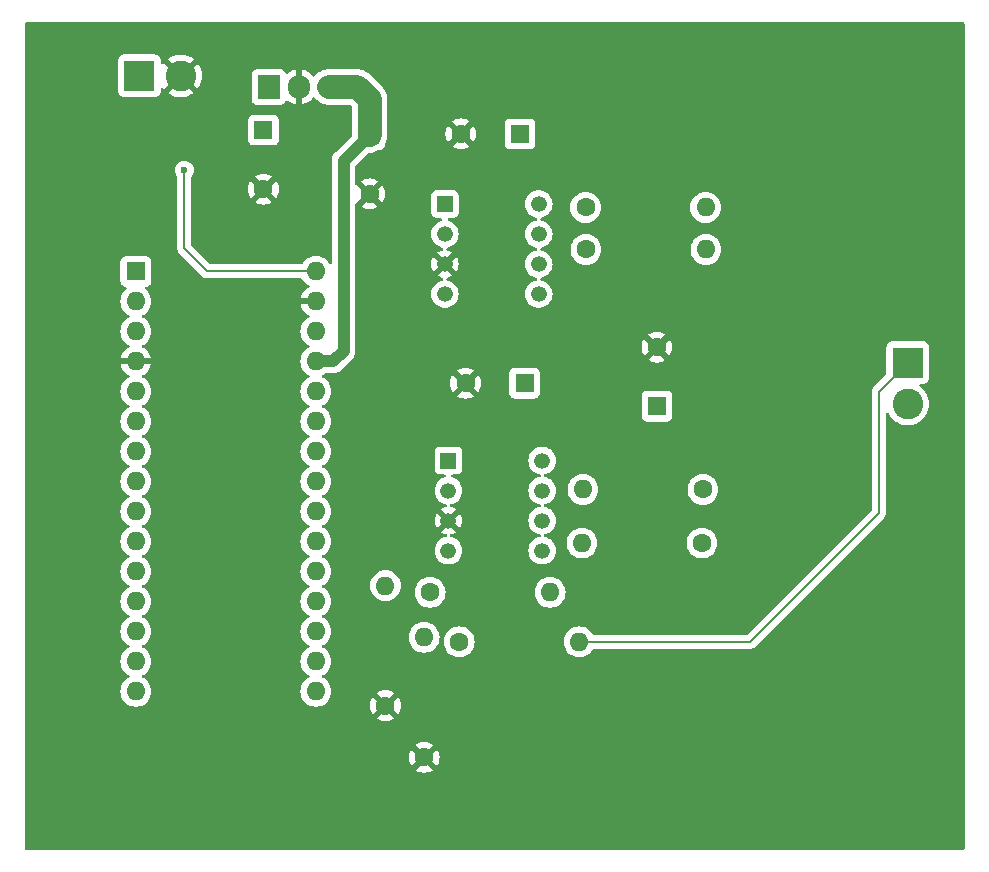
<source format=gbr>
%TF.GenerationSoftware,KiCad,Pcbnew,8.0.1*%
%TF.CreationDate,2024-04-25T09:29:02+05:30*%
%TF.ProjectId,Brushed Speed Controller,42727573-6865-4642-9053-706565642043,rev?*%
%TF.SameCoordinates,Original*%
%TF.FileFunction,Copper,L2,Bot*%
%TF.FilePolarity,Positive*%
%FSLAX46Y46*%
G04 Gerber Fmt 4.6, Leading zero omitted, Abs format (unit mm)*
G04 Created by KiCad (PCBNEW 8.0.1) date 2024-04-25 09:29:02*
%MOMM*%
%LPD*%
G01*
G04 APERTURE LIST*
%TA.AperFunction,ComponentPad*%
%ADD10C,1.600000*%
%TD*%
%TA.AperFunction,ComponentPad*%
%ADD11O,1.600000X1.600000*%
%TD*%
%TA.AperFunction,ComponentPad*%
%ADD12R,1.600000X1.600000*%
%TD*%
%TA.AperFunction,ComponentPad*%
%ADD13R,1.338000X1.338000*%
%TD*%
%TA.AperFunction,ComponentPad*%
%ADD14C,1.338000*%
%TD*%
%TA.AperFunction,ComponentPad*%
%ADD15R,1.905000X2.000000*%
%TD*%
%TA.AperFunction,ComponentPad*%
%ADD16O,1.905000X2.000000*%
%TD*%
%TA.AperFunction,ComponentPad*%
%ADD17R,2.600000X2.600000*%
%TD*%
%TA.AperFunction,ComponentPad*%
%ADD18C,2.600000*%
%TD*%
%TA.AperFunction,ViaPad*%
%ADD19C,1.000000*%
%TD*%
%TA.AperFunction,ViaPad*%
%ADD20C,0.600000*%
%TD*%
%TA.AperFunction,Conductor*%
%ADD21C,0.200000*%
%TD*%
%TA.AperFunction,Conductor*%
%ADD22C,2.000000*%
%TD*%
%TA.AperFunction,Conductor*%
%ADD23C,1.000000*%
%TD*%
G04 APERTURE END LIST*
D10*
%TO.P,R7,1*%
%TO.N,GND*%
X143611600Y-120700800D03*
D11*
%TO.P,R7,2*%
%TO.N,Net-(A1-A0)*%
X143611600Y-110540800D03*
%TD*%
D10*
%TO.P,R4,1*%
%TO.N,/VG4*%
X167132000Y-102565200D03*
D11*
%TO.P,R4,2*%
%TO.N,Net-(U2-~{OUT_B})*%
X156972000Y-102565200D03*
%TD*%
D12*
%TO.P,C1,1*%
%TO.N,VCC*%
X163322000Y-90972451D03*
D10*
%TO.P,C1,2*%
%TO.N,GND*%
X163322000Y-85972451D03*
%TD*%
%TO.P,R6,1*%
%TO.N,Net-(A1-A1)*%
X144119600Y-106730800D03*
D11*
%TO.P,R6,2*%
%TO.N,/OUT2*%
X154279600Y-106730800D03*
%TD*%
D10*
%TO.P,R8,1*%
%TO.N,Net-(A1-A0)*%
X146583400Y-110921800D03*
D11*
%TO.P,R8,2*%
%TO.N,/OUT1*%
X156743400Y-110921800D03*
%TD*%
D13*
%TO.P,U2,1*%
%TO.N,N/C*%
X145671749Y-95580200D03*
D14*
%TO.P,U2,2,IN_A*%
%TO.N,/IN3*%
X145671749Y-98120200D03*
%TO.P,U2,3,GND*%
%TO.N,GND*%
X145671749Y-100660200D03*
%TO.P,U2,4,IN_B*%
%TO.N,/IN4*%
X145671749Y-103200200D03*
%TO.P,U2,5,~{OUT_B}*%
%TO.N,Net-(U2-~{OUT_B})*%
X153611749Y-103200200D03*
%TO.P,U2,6,VDD*%
%TO.N,VCC*%
X153611749Y-100660200D03*
%TO.P,U2,7,~{OUT_A}*%
%TO.N,Net-(U2-~{OUT_A})*%
X153611749Y-98120200D03*
%TO.P,U2,8*%
%TO.N,N/C*%
X153611749Y-95580200D03*
%TD*%
D10*
%TO.P,R5,1*%
%TO.N,GND*%
X140335000Y-116332000D03*
D11*
%TO.P,R5,2*%
%TO.N,Net-(A1-A1)*%
X140335000Y-106172000D03*
%TD*%
D12*
%TO.P,C5,1*%
%TO.N,VCC*%
X130000000Y-67597349D03*
D10*
%TO.P,C5,2*%
%TO.N,GND*%
X130000000Y-72597349D03*
%TD*%
D15*
%TO.P,U4,1,VI*%
%TO.N,VCC*%
X130460000Y-63945000D03*
D16*
%TO.P,U4,2,GND*%
%TO.N,GND*%
X133000000Y-63945000D03*
%TO.P,U4,3,VO*%
%TO.N,+5V*%
X135540000Y-63945000D03*
%TD*%
D17*
%TO.P,J1,1,Pin_1*%
%TO.N,VCC*%
X119500000Y-63000000D03*
D18*
%TO.P,J1,2,Pin_2*%
%TO.N,GND*%
X123000000Y-63000000D03*
%TD*%
D12*
%TO.P,C2,1*%
%TO.N,VCC*%
X152120600Y-89027000D03*
D10*
%TO.P,C2,2*%
%TO.N,GND*%
X147120600Y-89027000D03*
%TD*%
%TO.P,R2,1*%
%TO.N,Net-(U1-~{OUT_B})*%
X157312549Y-77698600D03*
D11*
%TO.P,R2,2*%
%TO.N,/VG2*%
X167472549Y-77698600D03*
%TD*%
D13*
%TO.P,U1,1*%
%TO.N,N/C*%
X145366949Y-73863200D03*
D14*
%TO.P,U1,2,IN_A*%
%TO.N,/IN1*%
X145366949Y-76403200D03*
%TO.P,U1,3,GND*%
%TO.N,GND*%
X145366949Y-78943200D03*
%TO.P,U1,4,IN_B*%
%TO.N,/IN2*%
X145366949Y-81483200D03*
%TO.P,U1,5,~{OUT_B}*%
%TO.N,Net-(U1-~{OUT_B})*%
X153306949Y-81483200D03*
%TO.P,U1,6,VDD*%
%TO.N,VCC*%
X153306949Y-78943200D03*
%TO.P,U1,7,~{OUT_A}*%
%TO.N,Net-(U1-~{OUT_A})*%
X153306949Y-76403200D03*
%TO.P,U1,8*%
%TO.N,N/C*%
X153306949Y-73863200D03*
%TD*%
D12*
%TO.P,A1,1,D1/TX*%
%TO.N,unconnected-(A1-D1{slash}TX-Pad1)*%
X119202200Y-79552800D03*
D11*
%TO.P,A1,2,D0/RX*%
%TO.N,unconnected-(A1-D0{slash}RX-Pad2)*%
X119202200Y-82092800D03*
%TO.P,A1,3,~{RESET}*%
%TO.N,unconnected-(A1-~{RESET}-Pad3)*%
X119202200Y-84632800D03*
%TO.P,A1,4,GND*%
%TO.N,GND*%
X119202200Y-87172800D03*
%TO.P,A1,5,D2*%
%TO.N,unconnected-(A1-D2-Pad5)*%
X119202200Y-89712800D03*
%TO.P,A1,6,D3*%
%TO.N,unconnected-(A1-D3-Pad6)*%
X119202200Y-92252800D03*
%TO.P,A1,7,D4*%
%TO.N,unconnected-(A1-D4-Pad7)*%
X119202200Y-94792800D03*
%TO.P,A1,8,D5*%
%TO.N,/IN1*%
X119202200Y-97332800D03*
%TO.P,A1,9,D6*%
%TO.N,/IN2*%
X119202200Y-99872800D03*
%TO.P,A1,10,D7*%
%TO.N,unconnected-(A1-D7-Pad10)*%
X119202200Y-102412800D03*
%TO.P,A1,11,D8*%
%TO.N,unconnected-(A1-D8-Pad11)*%
X119202200Y-104952800D03*
%TO.P,A1,12,D9*%
%TO.N,/IN3*%
X119202200Y-107492800D03*
%TO.P,A1,13,D10*%
%TO.N,/IN4*%
X119202200Y-110032800D03*
%TO.P,A1,14,D11*%
%TO.N,unconnected-(A1-D11-Pad14)*%
X119202200Y-112572800D03*
%TO.P,A1,15,D12*%
%TO.N,unconnected-(A1-D12-Pad15)*%
X119202200Y-115112800D03*
%TO.P,A1,16,D13*%
%TO.N,unconnected-(A1-D13-Pad16)*%
X134442200Y-115112800D03*
%TO.P,A1,17,3V3*%
%TO.N,unconnected-(A1-3V3-Pad17)*%
X134442200Y-112572800D03*
%TO.P,A1,18,AREF*%
%TO.N,unconnected-(A1-AREF-Pad18)*%
X134442200Y-110032800D03*
%TO.P,A1,19,A0*%
%TO.N,Net-(A1-A0)*%
X134442200Y-107492800D03*
%TO.P,A1,20,A1*%
%TO.N,Net-(A1-A1)*%
X134442200Y-104952800D03*
%TO.P,A1,21,A2*%
%TO.N,unconnected-(A1-A2-Pad21)*%
X134442200Y-102412800D03*
%TO.P,A1,22,A3*%
%TO.N,unconnected-(A1-A3-Pad22)*%
X134442200Y-99872800D03*
%TO.P,A1,23,A4*%
%TO.N,unconnected-(A1-A4-Pad23)*%
X134442200Y-97332800D03*
%TO.P,A1,24,A5*%
%TO.N,unconnected-(A1-A5-Pad24)*%
X134442200Y-94792800D03*
%TO.P,A1,25,A6*%
%TO.N,unconnected-(A1-A6-Pad25)*%
X134442200Y-92252800D03*
%TO.P,A1,26,A7*%
%TO.N,unconnected-(A1-A7-Pad26)*%
X134442200Y-89712800D03*
%TO.P,A1,27,+5V*%
%TO.N,+5V*%
X134442200Y-87172800D03*
%TO.P,A1,28,~{RESET}*%
%TO.N,unconnected-(A1-~{RESET}-Pad28)*%
X134442200Y-84632800D03*
%TO.P,A1,29,GND*%
%TO.N,GND*%
X134442200Y-82092800D03*
%TO.P,A1,30,VIN*%
%TO.N,Net-(A1-VIN)*%
X134442200Y-79552800D03*
%TD*%
D12*
%TO.P,C4,1*%
%TO.N,+5V*%
X139000000Y-68000000D03*
D10*
%TO.P,C4,2*%
%TO.N,GND*%
X139000000Y-73000000D03*
%TD*%
D17*
%TO.P,J2,1,Pin_1*%
%TO.N,/OUT1*%
X184556400Y-87279600D03*
D18*
%TO.P,J2,2,Pin_2*%
%TO.N,/OUT2*%
X184556400Y-90779600D03*
%TD*%
D10*
%TO.P,R1,1*%
%TO.N,Net-(U1-~{OUT_A})*%
X157287149Y-74142600D03*
D11*
%TO.P,R1,2*%
%TO.N,/VG1*%
X167447149Y-74142600D03*
%TD*%
D10*
%TO.P,R3,1*%
%TO.N,/VG3*%
X167218549Y-98018600D03*
D11*
%TO.P,R3,2*%
%TO.N,Net-(U2-~{OUT_A})*%
X157058549Y-98018600D03*
%TD*%
D12*
%TO.P,C3,1*%
%TO.N,VCC*%
X151724549Y-67919600D03*
D10*
%TO.P,C3,2*%
%TO.N,GND*%
X146724549Y-67919600D03*
%TD*%
D19*
%TO.N,GND*%
X171196000Y-84861400D03*
X171094400Y-94259400D03*
D20*
%TO.N,Net-(A1-VIN)*%
X123300000Y-71000000D03*
%TD*%
D21*
%TO.N,/OUT1*%
X171221400Y-110921800D02*
X156743400Y-110921800D01*
X182100000Y-100043200D02*
X171221400Y-110921800D01*
X182100000Y-89736000D02*
X182100000Y-100043200D01*
X184556400Y-87279600D02*
X182100000Y-89736000D01*
D22*
%TO.N,+5V*%
X135540000Y-63945000D02*
X137945000Y-63945000D01*
D23*
X136800000Y-70200000D02*
X139000000Y-68000000D01*
D22*
X139000000Y-65000000D02*
X139000000Y-68000000D01*
D23*
X136800000Y-86300000D02*
X136800000Y-70200000D01*
X135927200Y-87172800D02*
X136800000Y-86300000D01*
D22*
X137945000Y-63945000D02*
X139000000Y-65000000D01*
D23*
X134442200Y-87172800D02*
X135927200Y-87172800D01*
D21*
%TO.N,Net-(A1-VIN)*%
X123300000Y-77600000D02*
X125252800Y-79552800D01*
X123300000Y-71000000D02*
X123300000Y-77600000D01*
X125252800Y-79552800D02*
X134442200Y-79552800D01*
%TD*%
%TA.AperFunction,Conductor*%
%TO.N,GND*%
G36*
X189307539Y-58482985D02*
G01*
X189353294Y-58535789D01*
X189364500Y-58587300D01*
X189364500Y-128432900D01*
X189344815Y-128499939D01*
X189292011Y-128545694D01*
X189240500Y-128556900D01*
X109920700Y-128556900D01*
X109853661Y-128537215D01*
X109807906Y-128484411D01*
X109796700Y-128432900D01*
X109796700Y-120700802D01*
X142306634Y-120700802D01*
X142326458Y-120927399D01*
X142326460Y-120927410D01*
X142385330Y-121147117D01*
X142385335Y-121147131D01*
X142481463Y-121353278D01*
X142532574Y-121426272D01*
X143211600Y-120747246D01*
X143211600Y-120753461D01*
X143238859Y-120855194D01*
X143291520Y-120946406D01*
X143365994Y-121020880D01*
X143457206Y-121073541D01*
X143558939Y-121100800D01*
X143565153Y-121100800D01*
X142886126Y-121779825D01*
X142959113Y-121830932D01*
X142959121Y-121830936D01*
X143165268Y-121927064D01*
X143165282Y-121927069D01*
X143384989Y-121985939D01*
X143385000Y-121985941D01*
X143611598Y-122005766D01*
X143611602Y-122005766D01*
X143838199Y-121985941D01*
X143838210Y-121985939D01*
X144057917Y-121927069D01*
X144057931Y-121927064D01*
X144264078Y-121830936D01*
X144337071Y-121779824D01*
X143658047Y-121100800D01*
X143664261Y-121100800D01*
X143765994Y-121073541D01*
X143857206Y-121020880D01*
X143931680Y-120946406D01*
X143984341Y-120855194D01*
X144011600Y-120753461D01*
X144011600Y-120747247D01*
X144690624Y-121426271D01*
X144741736Y-121353278D01*
X144837864Y-121147131D01*
X144837869Y-121147117D01*
X144896739Y-120927410D01*
X144896741Y-120927399D01*
X144916566Y-120700802D01*
X144916566Y-120700797D01*
X144896741Y-120474200D01*
X144896739Y-120474189D01*
X144837869Y-120254482D01*
X144837864Y-120254468D01*
X144741736Y-120048321D01*
X144741732Y-120048313D01*
X144690625Y-119975326D01*
X144011600Y-120654351D01*
X144011600Y-120648139D01*
X143984341Y-120546406D01*
X143931680Y-120455194D01*
X143857206Y-120380720D01*
X143765994Y-120328059D01*
X143664261Y-120300800D01*
X143658048Y-120300800D01*
X144337072Y-119621774D01*
X144264078Y-119570663D01*
X144057931Y-119474535D01*
X144057917Y-119474530D01*
X143838210Y-119415660D01*
X143838199Y-119415658D01*
X143611602Y-119395834D01*
X143611598Y-119395834D01*
X143385000Y-119415658D01*
X143384989Y-119415660D01*
X143165282Y-119474530D01*
X143165273Y-119474534D01*
X142959116Y-119570666D01*
X142959112Y-119570668D01*
X142886126Y-119621773D01*
X142886126Y-119621774D01*
X143565153Y-120300800D01*
X143558939Y-120300800D01*
X143457206Y-120328059D01*
X143365994Y-120380720D01*
X143291520Y-120455194D01*
X143238859Y-120546406D01*
X143211600Y-120648139D01*
X143211600Y-120654352D01*
X142532574Y-119975326D01*
X142532573Y-119975326D01*
X142481468Y-120048312D01*
X142481466Y-120048316D01*
X142385334Y-120254473D01*
X142385330Y-120254482D01*
X142326460Y-120474189D01*
X142326458Y-120474200D01*
X142306634Y-120700797D01*
X142306634Y-120700802D01*
X109796700Y-120700802D01*
X109796700Y-115112801D01*
X117896732Y-115112801D01*
X117916564Y-115339486D01*
X117916566Y-115339497D01*
X117975458Y-115559288D01*
X117975461Y-115559297D01*
X118071631Y-115765532D01*
X118071632Y-115765534D01*
X118202154Y-115951941D01*
X118363058Y-116112845D01*
X118363061Y-116112847D01*
X118549466Y-116243368D01*
X118755704Y-116339539D01*
X118975508Y-116398435D01*
X119137430Y-116412601D01*
X119202198Y-116418268D01*
X119202200Y-116418268D01*
X119202202Y-116418268D01*
X119258873Y-116413309D01*
X119428892Y-116398435D01*
X119648696Y-116339539D01*
X119854934Y-116243368D01*
X120041339Y-116112847D01*
X120202247Y-115951939D01*
X120332768Y-115765534D01*
X120428939Y-115559296D01*
X120487835Y-115339492D01*
X120507668Y-115112800D01*
X120507049Y-115105730D01*
X120487835Y-114886113D01*
X120487835Y-114886108D01*
X120428939Y-114666304D01*
X120332768Y-114460066D01*
X120202247Y-114273661D01*
X120202245Y-114273658D01*
X120041341Y-114112754D01*
X119854934Y-113982232D01*
X119854928Y-113982229D01*
X119796925Y-113955182D01*
X119744485Y-113909010D01*
X119725333Y-113841817D01*
X119745548Y-113774935D01*
X119796925Y-113730418D01*
X119854934Y-113703368D01*
X120041339Y-113572847D01*
X120202247Y-113411939D01*
X120332768Y-113225534D01*
X120428939Y-113019296D01*
X120487835Y-112799492D01*
X120507668Y-112572800D01*
X120487835Y-112346108D01*
X120428939Y-112126304D01*
X120332768Y-111920066D01*
X120225968Y-111767538D01*
X120202245Y-111733658D01*
X120041341Y-111572754D01*
X119854934Y-111442232D01*
X119854928Y-111442229D01*
X119796925Y-111415182D01*
X119744485Y-111369010D01*
X119725333Y-111301817D01*
X119745548Y-111234935D01*
X119796925Y-111190418D01*
X119854934Y-111163368D01*
X120041339Y-111032847D01*
X120202247Y-110871939D01*
X120332768Y-110685534D01*
X120428939Y-110479296D01*
X120487835Y-110259492D01*
X120507668Y-110032800D01*
X120487835Y-109806108D01*
X120428939Y-109586304D01*
X120332768Y-109380066D01*
X120202247Y-109193661D01*
X120202245Y-109193658D01*
X120041341Y-109032754D01*
X119854934Y-108902232D01*
X119854928Y-108902229D01*
X119796925Y-108875182D01*
X119744485Y-108829010D01*
X119725333Y-108761817D01*
X119745548Y-108694935D01*
X119796925Y-108650418D01*
X119854934Y-108623368D01*
X120041339Y-108492847D01*
X120202247Y-108331939D01*
X120332768Y-108145534D01*
X120428939Y-107939296D01*
X120487835Y-107719492D01*
X120507668Y-107492800D01*
X120504591Y-107457635D01*
X120491025Y-107302568D01*
X120487835Y-107266108D01*
X120428939Y-107046304D01*
X120332768Y-106840066D01*
X120202247Y-106653661D01*
X120202245Y-106653658D01*
X120041341Y-106492754D01*
X119854934Y-106362232D01*
X119854928Y-106362229D01*
X119796925Y-106335182D01*
X119744485Y-106289010D01*
X119725333Y-106221817D01*
X119745548Y-106154935D01*
X119796925Y-106110418D01*
X119854934Y-106083368D01*
X120041339Y-105952847D01*
X120202247Y-105791939D01*
X120332768Y-105605534D01*
X120428939Y-105399296D01*
X120487835Y-105179492D01*
X120507668Y-104952800D01*
X120507008Y-104945261D01*
X120501856Y-104886364D01*
X120487835Y-104726108D01*
X120428939Y-104506304D01*
X120332768Y-104300066D01*
X120202247Y-104113661D01*
X120202245Y-104113658D01*
X120041341Y-103952754D01*
X119854934Y-103822232D01*
X119854928Y-103822229D01*
X119796925Y-103795182D01*
X119744485Y-103749010D01*
X119725333Y-103681817D01*
X119745548Y-103614935D01*
X119796925Y-103570418D01*
X119854934Y-103543368D01*
X120041339Y-103412847D01*
X120202247Y-103251939D01*
X120332768Y-103065534D01*
X120428939Y-102859296D01*
X120487835Y-102639492D01*
X120507668Y-102412800D01*
X120487835Y-102186108D01*
X120428939Y-101966304D01*
X120332768Y-101760066D01*
X120202247Y-101573661D01*
X120202245Y-101573658D01*
X120041341Y-101412754D01*
X119854934Y-101282232D01*
X119854928Y-101282229D01*
X119796925Y-101255182D01*
X119744485Y-101209010D01*
X119725333Y-101141817D01*
X119745548Y-101074935D01*
X119796925Y-101030418D01*
X119854934Y-101003368D01*
X120041339Y-100872847D01*
X120202247Y-100711939D01*
X120332768Y-100525534D01*
X120428939Y-100319296D01*
X120487835Y-100099492D01*
X120507668Y-99872800D01*
X120487835Y-99646108D01*
X120428939Y-99426304D01*
X120332768Y-99220066D01*
X120202247Y-99033661D01*
X120202245Y-99033658D01*
X120041341Y-98872754D01*
X119854934Y-98742232D01*
X119854928Y-98742229D01*
X119796925Y-98715182D01*
X119744485Y-98669010D01*
X119725333Y-98601817D01*
X119745548Y-98534935D01*
X119796925Y-98490418D01*
X119854934Y-98463368D01*
X120041339Y-98332847D01*
X120202247Y-98171939D01*
X120332768Y-97985534D01*
X120428939Y-97779296D01*
X120487835Y-97559492D01*
X120507668Y-97332800D01*
X120487835Y-97106108D01*
X120428939Y-96886304D01*
X120332768Y-96680066D01*
X120202247Y-96493661D01*
X120202245Y-96493658D01*
X120041341Y-96332754D01*
X119854934Y-96202232D01*
X119854928Y-96202229D01*
X119796925Y-96175182D01*
X119744485Y-96129010D01*
X119725333Y-96061817D01*
X119745548Y-95994935D01*
X119796925Y-95950418D01*
X119854934Y-95923368D01*
X120041339Y-95792847D01*
X120202247Y-95631939D01*
X120332768Y-95445534D01*
X120428939Y-95239296D01*
X120487835Y-95019492D01*
X120507668Y-94792800D01*
X120487835Y-94566108D01*
X120428939Y-94346304D01*
X120332768Y-94140066D01*
X120202247Y-93953661D01*
X120202245Y-93953658D01*
X120041341Y-93792754D01*
X119854934Y-93662232D01*
X119854928Y-93662229D01*
X119796925Y-93635182D01*
X119744485Y-93589010D01*
X119725333Y-93521817D01*
X119745548Y-93454935D01*
X119796925Y-93410418D01*
X119854934Y-93383368D01*
X120041339Y-93252847D01*
X120202247Y-93091939D01*
X120332768Y-92905534D01*
X120428939Y-92699296D01*
X120487835Y-92479492D01*
X120507668Y-92252800D01*
X120487835Y-92026108D01*
X120432698Y-91820334D01*
X120428941Y-91806311D01*
X120428938Y-91806302D01*
X120332768Y-91600067D01*
X120332767Y-91600065D01*
X120306811Y-91562996D01*
X120202247Y-91413661D01*
X120202245Y-91413658D01*
X120041341Y-91252754D01*
X119854934Y-91122232D01*
X119854928Y-91122229D01*
X119796925Y-91095182D01*
X119744485Y-91049010D01*
X119725333Y-90981817D01*
X119745548Y-90914935D01*
X119796925Y-90870418D01*
X119854934Y-90843368D01*
X120041339Y-90712847D01*
X120202247Y-90551939D01*
X120332768Y-90365534D01*
X120428939Y-90159296D01*
X120487835Y-89939492D01*
X120507668Y-89712800D01*
X120487835Y-89486108D01*
X120428939Y-89266304D01*
X120332768Y-89060066D01*
X120202247Y-88873661D01*
X120202245Y-88873658D01*
X120041341Y-88712754D01*
X119854934Y-88582232D01*
X119854932Y-88582231D01*
X119796925Y-88555182D01*
X119796332Y-88554905D01*
X119743894Y-88508734D01*
X119724742Y-88441540D01*
X119744958Y-88374659D01*
X119796334Y-88330141D01*
X119854684Y-88302932D01*
X120041020Y-88172457D01*
X120201857Y-88011620D01*
X120332334Y-87825282D01*
X120428465Y-87619126D01*
X120428469Y-87619117D01*
X120481072Y-87422800D01*
X119635212Y-87422800D01*
X119668125Y-87365793D01*
X119702200Y-87238626D01*
X119702200Y-87106974D01*
X119668125Y-86979807D01*
X119635212Y-86922800D01*
X120481072Y-86922800D01*
X120481072Y-86922799D01*
X120428469Y-86726482D01*
X120428465Y-86726473D01*
X120332334Y-86520317D01*
X120201857Y-86333979D01*
X120041020Y-86173142D01*
X119854682Y-86042665D01*
X119796333Y-86015457D01*
X119743894Y-85969284D01*
X119724742Y-85902091D01*
X119744958Y-85835210D01*
X119796329Y-85790695D01*
X119854934Y-85763368D01*
X120041339Y-85632847D01*
X120202247Y-85471939D01*
X120332768Y-85285534D01*
X120428939Y-85079296D01*
X120487835Y-84859492D01*
X120507668Y-84632800D01*
X120487835Y-84406108D01*
X120428939Y-84186304D01*
X120332768Y-83980066D01*
X120202247Y-83793661D01*
X120202245Y-83793658D01*
X120041341Y-83632754D01*
X119854934Y-83502232D01*
X119854928Y-83502229D01*
X119796925Y-83475182D01*
X119744485Y-83429010D01*
X119725333Y-83361817D01*
X119745548Y-83294935D01*
X119796925Y-83250418D01*
X119797519Y-83250141D01*
X119854934Y-83223368D01*
X120041339Y-83092847D01*
X120202247Y-82931939D01*
X120332768Y-82745534D01*
X120428939Y-82539296D01*
X120487835Y-82319492D01*
X120507668Y-82092800D01*
X120487835Y-81866108D01*
X120428939Y-81646304D01*
X120332768Y-81440066D01*
X120211856Y-81267384D01*
X120202245Y-81253658D01*
X120041343Y-81092756D01*
X120016736Y-81075526D01*
X119973112Y-81020949D01*
X119965919Y-80951450D01*
X119997441Y-80889096D01*
X120057671Y-80853682D01*
X120074604Y-80850661D01*
X120109683Y-80846891D01*
X120244531Y-80796596D01*
X120359746Y-80710346D01*
X120445996Y-80595131D01*
X120496291Y-80460283D01*
X120502700Y-80400673D01*
X120502699Y-78704928D01*
X120496291Y-78645317D01*
X120483535Y-78611117D01*
X120445997Y-78510471D01*
X120445993Y-78510464D01*
X120359747Y-78395255D01*
X120359744Y-78395252D01*
X120244535Y-78309006D01*
X120244528Y-78309002D01*
X120109682Y-78258708D01*
X120109683Y-78258708D01*
X120050083Y-78252301D01*
X120050081Y-78252300D01*
X120050073Y-78252300D01*
X120050064Y-78252300D01*
X118354329Y-78252300D01*
X118354323Y-78252301D01*
X118294716Y-78258708D01*
X118159871Y-78309002D01*
X118159864Y-78309006D01*
X118044655Y-78395252D01*
X118044652Y-78395255D01*
X117958406Y-78510464D01*
X117958402Y-78510471D01*
X117908108Y-78645317D01*
X117902375Y-78698645D01*
X117901701Y-78704923D01*
X117901700Y-78704935D01*
X117901700Y-80400670D01*
X117901701Y-80400676D01*
X117908108Y-80460283D01*
X117958402Y-80595128D01*
X117958406Y-80595135D01*
X118044652Y-80710344D01*
X118044655Y-80710347D01*
X118159864Y-80796593D01*
X118159871Y-80796597D01*
X118204818Y-80813361D01*
X118294717Y-80846891D01*
X118329796Y-80850662D01*
X118394344Y-80877399D01*
X118434193Y-80934791D01*
X118436688Y-81004616D01*
X118401036Y-81064705D01*
X118387664Y-81075525D01*
X118363058Y-81092754D01*
X118202154Y-81253658D01*
X118071632Y-81440065D01*
X118071631Y-81440067D01*
X117975461Y-81646302D01*
X117975458Y-81646311D01*
X117916566Y-81866102D01*
X117916564Y-81866113D01*
X117896732Y-82092798D01*
X117896732Y-82092801D01*
X117916564Y-82319486D01*
X117916566Y-82319497D01*
X117975458Y-82539288D01*
X117975461Y-82539297D01*
X118071631Y-82745532D01*
X118071632Y-82745534D01*
X118202154Y-82931941D01*
X118363058Y-83092845D01*
X118363061Y-83092847D01*
X118549466Y-83223368D01*
X118606881Y-83250141D01*
X118607475Y-83250418D01*
X118659914Y-83296591D01*
X118679066Y-83363784D01*
X118658850Y-83430665D01*
X118607475Y-83475182D01*
X118549467Y-83502231D01*
X118549465Y-83502232D01*
X118363058Y-83632754D01*
X118202154Y-83793658D01*
X118071632Y-83980065D01*
X118071631Y-83980067D01*
X117975461Y-84186302D01*
X117975458Y-84186311D01*
X117916566Y-84406102D01*
X117916564Y-84406113D01*
X117896732Y-84632798D01*
X117896732Y-84632801D01*
X117916564Y-84859486D01*
X117916566Y-84859497D01*
X117975458Y-85079288D01*
X117975461Y-85079297D01*
X118071631Y-85285532D01*
X118071632Y-85285534D01*
X118202154Y-85471941D01*
X118363058Y-85632845D01*
X118363061Y-85632847D01*
X118549466Y-85763368D01*
X118608065Y-85790693D01*
X118660505Y-85836865D01*
X118679657Y-85904058D01*
X118659442Y-85970939D01*
X118608067Y-86015457D01*
X118549715Y-86042667D01*
X118363379Y-86173142D01*
X118202542Y-86333979D01*
X118072065Y-86520317D01*
X117975934Y-86726473D01*
X117975930Y-86726482D01*
X117923327Y-86922799D01*
X117923328Y-86922800D01*
X118769188Y-86922800D01*
X118736275Y-86979807D01*
X118702200Y-87106974D01*
X118702200Y-87238626D01*
X118736275Y-87365793D01*
X118769188Y-87422800D01*
X117923328Y-87422800D01*
X117975930Y-87619117D01*
X117975934Y-87619126D01*
X118072065Y-87825282D01*
X118202542Y-88011620D01*
X118363379Y-88172457D01*
X118549718Y-88302934D01*
X118549720Y-88302935D01*
X118608065Y-88330142D01*
X118660505Y-88376314D01*
X118679657Y-88443507D01*
X118659442Y-88510389D01*
X118608067Y-88554905D01*
X118549468Y-88582231D01*
X118549464Y-88582233D01*
X118363058Y-88712754D01*
X118202154Y-88873658D01*
X118071632Y-89060065D01*
X118071631Y-89060067D01*
X117975461Y-89266302D01*
X117975458Y-89266311D01*
X117916566Y-89486102D01*
X117916564Y-89486113D01*
X117896732Y-89712798D01*
X117896732Y-89712801D01*
X117916564Y-89939486D01*
X117916566Y-89939497D01*
X117975458Y-90159288D01*
X117975461Y-90159297D01*
X118071631Y-90365532D01*
X118071632Y-90365534D01*
X118202154Y-90551941D01*
X118363058Y-90712845D01*
X118363061Y-90712847D01*
X118549466Y-90843368D01*
X118607475Y-90870418D01*
X118659914Y-90916591D01*
X118679066Y-90983784D01*
X118658850Y-91050665D01*
X118607475Y-91095182D01*
X118549467Y-91122231D01*
X118549465Y-91122232D01*
X118363058Y-91252754D01*
X118202154Y-91413658D01*
X118071632Y-91600065D01*
X118071631Y-91600067D01*
X117975461Y-91806302D01*
X117975458Y-91806311D01*
X117916566Y-92026102D01*
X117916564Y-92026113D01*
X117896732Y-92252798D01*
X117896732Y-92252801D01*
X117916564Y-92479486D01*
X117916566Y-92479497D01*
X117975458Y-92699288D01*
X117975461Y-92699297D01*
X118071631Y-92905532D01*
X118071632Y-92905534D01*
X118202154Y-93091941D01*
X118363058Y-93252845D01*
X118363061Y-93252847D01*
X118549466Y-93383368D01*
X118607475Y-93410418D01*
X118659914Y-93456591D01*
X118679066Y-93523784D01*
X118658850Y-93590665D01*
X118607475Y-93635182D01*
X118549467Y-93662231D01*
X118549465Y-93662232D01*
X118363058Y-93792754D01*
X118202154Y-93953658D01*
X118071632Y-94140065D01*
X118071631Y-94140067D01*
X117975461Y-94346302D01*
X117975458Y-94346311D01*
X117916566Y-94566102D01*
X117916564Y-94566113D01*
X117896732Y-94792798D01*
X117896732Y-94792800D01*
X117916564Y-95019486D01*
X117916566Y-95019497D01*
X117975458Y-95239288D01*
X117975461Y-95239297D01*
X118071631Y-95445532D01*
X118071632Y-95445534D01*
X118202154Y-95631941D01*
X118363058Y-95792845D01*
X118363061Y-95792847D01*
X118549466Y-95923368D01*
X118607475Y-95950418D01*
X118659914Y-95996591D01*
X118679066Y-96063784D01*
X118658850Y-96130665D01*
X118607475Y-96175182D01*
X118549467Y-96202231D01*
X118549465Y-96202232D01*
X118363058Y-96332754D01*
X118202154Y-96493658D01*
X118071632Y-96680065D01*
X118071631Y-96680067D01*
X117975461Y-96886302D01*
X117975458Y-96886311D01*
X117916566Y-97106102D01*
X117916564Y-97106113D01*
X117896732Y-97332798D01*
X117896732Y-97332800D01*
X117916564Y-97559486D01*
X117916566Y-97559497D01*
X117975458Y-97779288D01*
X117975461Y-97779297D01*
X118071631Y-97985532D01*
X118071632Y-97985534D01*
X118202154Y-98171941D01*
X118363058Y-98332845D01*
X118363061Y-98332847D01*
X118549466Y-98463368D01*
X118607475Y-98490418D01*
X118659914Y-98536591D01*
X118679066Y-98603784D01*
X118658850Y-98670665D01*
X118607475Y-98715182D01*
X118549467Y-98742231D01*
X118549465Y-98742232D01*
X118363058Y-98872754D01*
X118202154Y-99033658D01*
X118071632Y-99220065D01*
X118071631Y-99220067D01*
X117975461Y-99426302D01*
X117975458Y-99426311D01*
X117916566Y-99646102D01*
X117916564Y-99646113D01*
X117896732Y-99872798D01*
X117896732Y-99872800D01*
X117916564Y-100099486D01*
X117916566Y-100099497D01*
X117975458Y-100319288D01*
X117975461Y-100319297D01*
X118071631Y-100525532D01*
X118071632Y-100525534D01*
X118202154Y-100711941D01*
X118363058Y-100872845D01*
X118363061Y-100872847D01*
X118549466Y-101003368D01*
X118571737Y-101013753D01*
X118607475Y-101030418D01*
X118659914Y-101076591D01*
X118679066Y-101143784D01*
X118658850Y-101210665D01*
X118607475Y-101255182D01*
X118549467Y-101282231D01*
X118549465Y-101282232D01*
X118363058Y-101412754D01*
X118202154Y-101573658D01*
X118071632Y-101760065D01*
X118071631Y-101760067D01*
X117975461Y-101966302D01*
X117975458Y-101966311D01*
X117916566Y-102186102D01*
X117916564Y-102186113D01*
X117896732Y-102412798D01*
X117896732Y-102412800D01*
X117916564Y-102639486D01*
X117916566Y-102639497D01*
X117975458Y-102859288D01*
X117975461Y-102859297D01*
X118071631Y-103065532D01*
X118071632Y-103065534D01*
X118202154Y-103251941D01*
X118363058Y-103412845D01*
X118363061Y-103412847D01*
X118549466Y-103543368D01*
X118607475Y-103570418D01*
X118659914Y-103616591D01*
X118679066Y-103683784D01*
X118658850Y-103750665D01*
X118607475Y-103795182D01*
X118549467Y-103822231D01*
X118549465Y-103822232D01*
X118363058Y-103952754D01*
X118202154Y-104113658D01*
X118071632Y-104300065D01*
X118071631Y-104300067D01*
X117975461Y-104506302D01*
X117975458Y-104506311D01*
X117916566Y-104726102D01*
X117916564Y-104726113D01*
X117896732Y-104952798D01*
X117896732Y-104952801D01*
X117916564Y-105179486D01*
X117916566Y-105179497D01*
X117975458Y-105399288D01*
X117975461Y-105399297D01*
X118071631Y-105605532D01*
X118071632Y-105605534D01*
X118202154Y-105791941D01*
X118363058Y-105952845D01*
X118363061Y-105952847D01*
X118549466Y-106083368D01*
X118607475Y-106110418D01*
X118659914Y-106156591D01*
X118679066Y-106223784D01*
X118658850Y-106290665D01*
X118607475Y-106335182D01*
X118549467Y-106362231D01*
X118549465Y-106362232D01*
X118363058Y-106492754D01*
X118202154Y-106653658D01*
X118071632Y-106840065D01*
X118071631Y-106840067D01*
X117975461Y-107046302D01*
X117975458Y-107046311D01*
X117916566Y-107266102D01*
X117916564Y-107266113D01*
X117896732Y-107492798D01*
X117896732Y-107492801D01*
X117916564Y-107719486D01*
X117916566Y-107719497D01*
X117975458Y-107939288D01*
X117975461Y-107939297D01*
X118071631Y-108145532D01*
X118071632Y-108145534D01*
X118202154Y-108331941D01*
X118363058Y-108492845D01*
X118363061Y-108492847D01*
X118549466Y-108623368D01*
X118607475Y-108650418D01*
X118659914Y-108696591D01*
X118679066Y-108763784D01*
X118658850Y-108830665D01*
X118607475Y-108875182D01*
X118549467Y-108902231D01*
X118549465Y-108902232D01*
X118363058Y-109032754D01*
X118202154Y-109193658D01*
X118071632Y-109380065D01*
X118071631Y-109380067D01*
X117975461Y-109586302D01*
X117975458Y-109586311D01*
X117916566Y-109806102D01*
X117916564Y-109806113D01*
X117896732Y-110032798D01*
X117896732Y-110032801D01*
X117916564Y-110259486D01*
X117916566Y-110259497D01*
X117975458Y-110479288D01*
X117975461Y-110479297D01*
X118071631Y-110685532D01*
X118071632Y-110685534D01*
X118202154Y-110871941D01*
X118363058Y-111032845D01*
X118363061Y-111032847D01*
X118549466Y-111163368D01*
X118607475Y-111190418D01*
X118659914Y-111236591D01*
X118679066Y-111303784D01*
X118658850Y-111370665D01*
X118607475Y-111415182D01*
X118549467Y-111442231D01*
X118549465Y-111442232D01*
X118363058Y-111572754D01*
X118202154Y-111733658D01*
X118071632Y-111920065D01*
X118071631Y-111920067D01*
X117975461Y-112126302D01*
X117975458Y-112126311D01*
X117916566Y-112346102D01*
X117916564Y-112346113D01*
X117896732Y-112572798D01*
X117896732Y-112572801D01*
X117916564Y-112799486D01*
X117916566Y-112799497D01*
X117975458Y-113019288D01*
X117975461Y-113019297D01*
X118071631Y-113225532D01*
X118071632Y-113225534D01*
X118202154Y-113411941D01*
X118363058Y-113572845D01*
X118363061Y-113572847D01*
X118549466Y-113703368D01*
X118607475Y-113730418D01*
X118659914Y-113776591D01*
X118679066Y-113843784D01*
X118658850Y-113910665D01*
X118607475Y-113955182D01*
X118549467Y-113982231D01*
X118549465Y-113982232D01*
X118363058Y-114112754D01*
X118202154Y-114273658D01*
X118071632Y-114460065D01*
X118071631Y-114460067D01*
X117975461Y-114666302D01*
X117975458Y-114666311D01*
X117916566Y-114886102D01*
X117916564Y-114886113D01*
X117896732Y-115112798D01*
X117896732Y-115112801D01*
X109796700Y-115112801D01*
X109796700Y-71000003D01*
X122494435Y-71000003D01*
X122514630Y-71179249D01*
X122514631Y-71179254D01*
X122574211Y-71349523D01*
X122587759Y-71371084D01*
X122648162Y-71467215D01*
X122670185Y-71502263D01*
X122672445Y-71505097D01*
X122673334Y-71507275D01*
X122673889Y-71508158D01*
X122673734Y-71508255D01*
X122698855Y-71569783D01*
X122699500Y-71582412D01*
X122699500Y-77513330D01*
X122699499Y-77513348D01*
X122699499Y-77679054D01*
X122699498Y-77679054D01*
X122740423Y-77831785D01*
X122769358Y-77881900D01*
X122769359Y-77881904D01*
X122769360Y-77881904D01*
X122813776Y-77958837D01*
X122819479Y-77968714D01*
X122819481Y-77968717D01*
X122938349Y-78087585D01*
X122938355Y-78087590D01*
X124767939Y-79917174D01*
X124767949Y-79917185D01*
X124772279Y-79921515D01*
X124772280Y-79921516D01*
X124884084Y-80033320D01*
X124970895Y-80083439D01*
X124970897Y-80083441D01*
X125021013Y-80112376D01*
X125021015Y-80112377D01*
X125173742Y-80153300D01*
X125173743Y-80153300D01*
X133210508Y-80153300D01*
X133277547Y-80172985D01*
X133312080Y-80206174D01*
X133380173Y-80303421D01*
X133442154Y-80391941D01*
X133603058Y-80552845D01*
X133603061Y-80552847D01*
X133789466Y-80683368D01*
X133848065Y-80710693D01*
X133900505Y-80756865D01*
X133919657Y-80824058D01*
X133899442Y-80890939D01*
X133848067Y-80935457D01*
X133789715Y-80962667D01*
X133603379Y-81093142D01*
X133442542Y-81253979D01*
X133312065Y-81440317D01*
X133215934Y-81646473D01*
X133215930Y-81646482D01*
X133163327Y-81842799D01*
X133163328Y-81842800D01*
X134009188Y-81842800D01*
X133976275Y-81899807D01*
X133942200Y-82026974D01*
X133942200Y-82158626D01*
X133976275Y-82285793D01*
X134009188Y-82342800D01*
X133163328Y-82342800D01*
X133215930Y-82539117D01*
X133215934Y-82539126D01*
X133312065Y-82745282D01*
X133442542Y-82931620D01*
X133603379Y-83092457D01*
X133789718Y-83222934D01*
X133789720Y-83222935D01*
X133848065Y-83250142D01*
X133900505Y-83296314D01*
X133919657Y-83363507D01*
X133899442Y-83430389D01*
X133848067Y-83474905D01*
X133789468Y-83502231D01*
X133789464Y-83502233D01*
X133603058Y-83632754D01*
X133442154Y-83793658D01*
X133311632Y-83980065D01*
X133311631Y-83980067D01*
X133215461Y-84186302D01*
X133215458Y-84186311D01*
X133156566Y-84406102D01*
X133156564Y-84406113D01*
X133136732Y-84632798D01*
X133136732Y-84632801D01*
X133156564Y-84859486D01*
X133156566Y-84859497D01*
X133215458Y-85079288D01*
X133215461Y-85079297D01*
X133311631Y-85285532D01*
X133311632Y-85285534D01*
X133442154Y-85471941D01*
X133603058Y-85632845D01*
X133603061Y-85632847D01*
X133789466Y-85763368D01*
X133847475Y-85790418D01*
X133899914Y-85836591D01*
X133919066Y-85903784D01*
X133898850Y-85970665D01*
X133847475Y-86015182D01*
X133789467Y-86042231D01*
X133789465Y-86042232D01*
X133603058Y-86172754D01*
X133442154Y-86333658D01*
X133311632Y-86520065D01*
X133311631Y-86520067D01*
X133215461Y-86726302D01*
X133215458Y-86726311D01*
X133156566Y-86946102D01*
X133156564Y-86946113D01*
X133136732Y-87172798D01*
X133136732Y-87172801D01*
X133156564Y-87399486D01*
X133156566Y-87399497D01*
X133215458Y-87619288D01*
X133215461Y-87619297D01*
X133311631Y-87825532D01*
X133311632Y-87825534D01*
X133442154Y-88011941D01*
X133603058Y-88172845D01*
X133603061Y-88172847D01*
X133789466Y-88303368D01*
X133846881Y-88330141D01*
X133847475Y-88330418D01*
X133899914Y-88376591D01*
X133919066Y-88443784D01*
X133898850Y-88510665D01*
X133847475Y-88555182D01*
X133789467Y-88582231D01*
X133789465Y-88582232D01*
X133603058Y-88712754D01*
X133442154Y-88873658D01*
X133311632Y-89060065D01*
X133311631Y-89060067D01*
X133215461Y-89266302D01*
X133215458Y-89266311D01*
X133156566Y-89486102D01*
X133156564Y-89486113D01*
X133136732Y-89712798D01*
X133136732Y-89712801D01*
X133156564Y-89939486D01*
X133156566Y-89939497D01*
X133215458Y-90159288D01*
X133215461Y-90159297D01*
X133311631Y-90365532D01*
X133311632Y-90365534D01*
X133442154Y-90551941D01*
X133603058Y-90712845D01*
X133603061Y-90712847D01*
X133789466Y-90843368D01*
X133847475Y-90870418D01*
X133899914Y-90916591D01*
X133919066Y-90983784D01*
X133898850Y-91050665D01*
X133847475Y-91095182D01*
X133789467Y-91122231D01*
X133789465Y-91122232D01*
X133603058Y-91252754D01*
X133442154Y-91413658D01*
X133311632Y-91600065D01*
X133311631Y-91600067D01*
X133215461Y-91806302D01*
X133215458Y-91806311D01*
X133156566Y-92026102D01*
X133156564Y-92026113D01*
X133136732Y-92252798D01*
X133136732Y-92252801D01*
X133156564Y-92479486D01*
X133156566Y-92479497D01*
X133215458Y-92699288D01*
X133215461Y-92699297D01*
X133311631Y-92905532D01*
X133311632Y-92905534D01*
X133442154Y-93091941D01*
X133603058Y-93252845D01*
X133603061Y-93252847D01*
X133789466Y-93383368D01*
X133847475Y-93410418D01*
X133899914Y-93456591D01*
X133919066Y-93523784D01*
X133898850Y-93590665D01*
X133847475Y-93635182D01*
X133789467Y-93662231D01*
X133789465Y-93662232D01*
X133603058Y-93792754D01*
X133442154Y-93953658D01*
X133311632Y-94140065D01*
X133311631Y-94140067D01*
X133215461Y-94346302D01*
X133215458Y-94346311D01*
X133156566Y-94566102D01*
X133156564Y-94566113D01*
X133136732Y-94792798D01*
X133136732Y-94792800D01*
X133156564Y-95019486D01*
X133156566Y-95019497D01*
X133215458Y-95239288D01*
X133215461Y-95239297D01*
X133311631Y-95445532D01*
X133311632Y-95445534D01*
X133442154Y-95631941D01*
X133603058Y-95792845D01*
X133603061Y-95792847D01*
X133789466Y-95923368D01*
X133847475Y-95950418D01*
X133899914Y-95996591D01*
X133919066Y-96063784D01*
X133898850Y-96130665D01*
X133847475Y-96175182D01*
X133789467Y-96202231D01*
X133789465Y-96202232D01*
X133603058Y-96332754D01*
X133442154Y-96493658D01*
X133311632Y-96680065D01*
X133311631Y-96680067D01*
X133215461Y-96886302D01*
X133215458Y-96886311D01*
X133156566Y-97106102D01*
X133156564Y-97106113D01*
X133136732Y-97332798D01*
X133136732Y-97332800D01*
X133156564Y-97559486D01*
X133156566Y-97559497D01*
X133215458Y-97779288D01*
X133215461Y-97779297D01*
X133311631Y-97985532D01*
X133311632Y-97985534D01*
X133442154Y-98171941D01*
X133603058Y-98332845D01*
X133603061Y-98332847D01*
X133789466Y-98463368D01*
X133847475Y-98490418D01*
X133899914Y-98536591D01*
X133919066Y-98603784D01*
X133898850Y-98670665D01*
X133847475Y-98715182D01*
X133789467Y-98742231D01*
X133789465Y-98742232D01*
X133603058Y-98872754D01*
X133442154Y-99033658D01*
X133311632Y-99220065D01*
X133311631Y-99220067D01*
X133215461Y-99426302D01*
X133215458Y-99426311D01*
X133156566Y-99646102D01*
X133156564Y-99646113D01*
X133136732Y-99872798D01*
X133136732Y-99872800D01*
X133156564Y-100099486D01*
X133156566Y-100099497D01*
X133215458Y-100319288D01*
X133215461Y-100319297D01*
X133311631Y-100525532D01*
X133311632Y-100525534D01*
X133442154Y-100711941D01*
X133603058Y-100872845D01*
X133603061Y-100872847D01*
X133789466Y-101003368D01*
X133811737Y-101013753D01*
X133847475Y-101030418D01*
X133899914Y-101076591D01*
X133919066Y-101143784D01*
X133898850Y-101210665D01*
X133847475Y-101255182D01*
X133789467Y-101282231D01*
X133789465Y-101282232D01*
X133603058Y-101412754D01*
X133442154Y-101573658D01*
X133311632Y-101760065D01*
X133311631Y-101760067D01*
X133215461Y-101966302D01*
X133215458Y-101966311D01*
X133156566Y-102186102D01*
X133156564Y-102186113D01*
X133136732Y-102412798D01*
X133136732Y-102412800D01*
X133156564Y-102639486D01*
X133156566Y-102639497D01*
X133215458Y-102859288D01*
X133215461Y-102859297D01*
X133311631Y-103065532D01*
X133311632Y-103065534D01*
X133442154Y-103251941D01*
X133603058Y-103412845D01*
X133603061Y-103412847D01*
X133789466Y-103543368D01*
X133847475Y-103570418D01*
X133899914Y-103616591D01*
X133919066Y-103683784D01*
X133898850Y-103750665D01*
X133847475Y-103795182D01*
X133789467Y-103822231D01*
X133789465Y-103822232D01*
X133603058Y-103952754D01*
X133442154Y-104113658D01*
X133311632Y-104300065D01*
X133311631Y-104300067D01*
X133215461Y-104506302D01*
X133215458Y-104506311D01*
X133156566Y-104726102D01*
X133156564Y-104726113D01*
X133136732Y-104952798D01*
X133136732Y-104952801D01*
X133156564Y-105179486D01*
X133156566Y-105179497D01*
X133215458Y-105399288D01*
X133215461Y-105399297D01*
X133311631Y-105605532D01*
X133311632Y-105605534D01*
X133442154Y-105791941D01*
X133603058Y-105952845D01*
X133603061Y-105952847D01*
X133789466Y-106083368D01*
X133847475Y-106110418D01*
X133899914Y-106156591D01*
X133919066Y-106223784D01*
X133898850Y-106290665D01*
X133847475Y-106335182D01*
X133789467Y-106362231D01*
X133789465Y-106362232D01*
X133603058Y-106492754D01*
X133442154Y-106653658D01*
X133311632Y-106840065D01*
X133311631Y-106840067D01*
X133215461Y-107046302D01*
X133215458Y-107046311D01*
X133156566Y-107266102D01*
X133156564Y-107266113D01*
X133136732Y-107492798D01*
X133136732Y-107492801D01*
X133156564Y-107719486D01*
X133156566Y-107719497D01*
X133215458Y-107939288D01*
X133215461Y-107939297D01*
X133311631Y-108145532D01*
X133311632Y-108145534D01*
X133442154Y-108331941D01*
X133603058Y-108492845D01*
X133603061Y-108492847D01*
X133789466Y-108623368D01*
X133847475Y-108650418D01*
X133899914Y-108696591D01*
X133919066Y-108763784D01*
X133898850Y-108830665D01*
X133847475Y-108875182D01*
X133789467Y-108902231D01*
X133789465Y-108902232D01*
X133603058Y-109032754D01*
X133442154Y-109193658D01*
X133311632Y-109380065D01*
X133311631Y-109380067D01*
X133215461Y-109586302D01*
X133215458Y-109586311D01*
X133156566Y-109806102D01*
X133156564Y-109806113D01*
X133136732Y-110032798D01*
X133136732Y-110032801D01*
X133156564Y-110259486D01*
X133156566Y-110259497D01*
X133215458Y-110479288D01*
X133215461Y-110479297D01*
X133311631Y-110685532D01*
X133311632Y-110685534D01*
X133442154Y-110871941D01*
X133603058Y-111032845D01*
X133603061Y-111032847D01*
X133789466Y-111163368D01*
X133847475Y-111190418D01*
X133899914Y-111236591D01*
X133919066Y-111303784D01*
X133898850Y-111370665D01*
X133847475Y-111415182D01*
X133789467Y-111442231D01*
X133789465Y-111442232D01*
X133603058Y-111572754D01*
X133442154Y-111733658D01*
X133311632Y-111920065D01*
X133311631Y-111920067D01*
X133215461Y-112126302D01*
X133215458Y-112126311D01*
X133156566Y-112346102D01*
X133156564Y-112346113D01*
X133136732Y-112572798D01*
X133136732Y-112572801D01*
X133156564Y-112799486D01*
X133156566Y-112799497D01*
X133215458Y-113019288D01*
X133215461Y-113019297D01*
X133311631Y-113225532D01*
X133311632Y-113225534D01*
X133442154Y-113411941D01*
X133603058Y-113572845D01*
X133603061Y-113572847D01*
X133789466Y-113703368D01*
X133847475Y-113730418D01*
X133899914Y-113776591D01*
X133919066Y-113843784D01*
X133898850Y-113910665D01*
X133847475Y-113955182D01*
X133789467Y-113982231D01*
X133789465Y-113982232D01*
X133603058Y-114112754D01*
X133442154Y-114273658D01*
X133311632Y-114460065D01*
X133311631Y-114460067D01*
X133215461Y-114666302D01*
X133215458Y-114666311D01*
X133156566Y-114886102D01*
X133156564Y-114886113D01*
X133136732Y-115112798D01*
X133136732Y-115112801D01*
X133156564Y-115339486D01*
X133156566Y-115339497D01*
X133215458Y-115559288D01*
X133215461Y-115559297D01*
X133311631Y-115765532D01*
X133311632Y-115765534D01*
X133442154Y-115951941D01*
X133603058Y-116112845D01*
X133603061Y-116112847D01*
X133789466Y-116243368D01*
X133995704Y-116339539D01*
X134215508Y-116398435D01*
X134377430Y-116412601D01*
X134442198Y-116418268D01*
X134442200Y-116418268D01*
X134442202Y-116418268D01*
X134498873Y-116413309D01*
X134668892Y-116398435D01*
X134888696Y-116339539D01*
X134904859Y-116332002D01*
X139030034Y-116332002D01*
X139049858Y-116558599D01*
X139049860Y-116558610D01*
X139108730Y-116778317D01*
X139108735Y-116778331D01*
X139204863Y-116984478D01*
X139255974Y-117057472D01*
X139935000Y-116378446D01*
X139935000Y-116384661D01*
X139962259Y-116486394D01*
X140014920Y-116577606D01*
X140089394Y-116652080D01*
X140180606Y-116704741D01*
X140282339Y-116732000D01*
X140288553Y-116732000D01*
X139609526Y-117411025D01*
X139682513Y-117462132D01*
X139682521Y-117462136D01*
X139888668Y-117558264D01*
X139888682Y-117558269D01*
X140108389Y-117617139D01*
X140108400Y-117617141D01*
X140334998Y-117636966D01*
X140335002Y-117636966D01*
X140561599Y-117617141D01*
X140561610Y-117617139D01*
X140781317Y-117558269D01*
X140781331Y-117558264D01*
X140987478Y-117462136D01*
X141060471Y-117411024D01*
X140381447Y-116732000D01*
X140387661Y-116732000D01*
X140489394Y-116704741D01*
X140580606Y-116652080D01*
X140655080Y-116577606D01*
X140707741Y-116486394D01*
X140735000Y-116384661D01*
X140735000Y-116378447D01*
X141414024Y-117057471D01*
X141465136Y-116984478D01*
X141561264Y-116778331D01*
X141561269Y-116778317D01*
X141620139Y-116558610D01*
X141620141Y-116558599D01*
X141639966Y-116332002D01*
X141639966Y-116331997D01*
X141620141Y-116105400D01*
X141620139Y-116105389D01*
X141561269Y-115885682D01*
X141561264Y-115885668D01*
X141465136Y-115679521D01*
X141465132Y-115679513D01*
X141414025Y-115606526D01*
X140735000Y-116285551D01*
X140735000Y-116279339D01*
X140707741Y-116177606D01*
X140655080Y-116086394D01*
X140580606Y-116011920D01*
X140489394Y-115959259D01*
X140387661Y-115932000D01*
X140381448Y-115932000D01*
X141060472Y-115252974D01*
X140987478Y-115201863D01*
X140781331Y-115105735D01*
X140781317Y-115105730D01*
X140561610Y-115046860D01*
X140561599Y-115046858D01*
X140335002Y-115027034D01*
X140334998Y-115027034D01*
X140108400Y-115046858D01*
X140108389Y-115046860D01*
X139888682Y-115105730D01*
X139888673Y-115105734D01*
X139682516Y-115201866D01*
X139682512Y-115201868D01*
X139609526Y-115252973D01*
X139609526Y-115252974D01*
X140288553Y-115932000D01*
X140282339Y-115932000D01*
X140180606Y-115959259D01*
X140089394Y-116011920D01*
X140014920Y-116086394D01*
X139962259Y-116177606D01*
X139935000Y-116279339D01*
X139935000Y-116285552D01*
X139255974Y-115606526D01*
X139255973Y-115606526D01*
X139204868Y-115679512D01*
X139204866Y-115679516D01*
X139108734Y-115885673D01*
X139108730Y-115885682D01*
X139049860Y-116105389D01*
X139049858Y-116105400D01*
X139030034Y-116331997D01*
X139030034Y-116332002D01*
X134904859Y-116332002D01*
X135094934Y-116243368D01*
X135281339Y-116112847D01*
X135442247Y-115951939D01*
X135572768Y-115765534D01*
X135668939Y-115559296D01*
X135727835Y-115339492D01*
X135747668Y-115112800D01*
X135747049Y-115105730D01*
X135727835Y-114886113D01*
X135727835Y-114886108D01*
X135668939Y-114666304D01*
X135572768Y-114460066D01*
X135442247Y-114273661D01*
X135442245Y-114273658D01*
X135281341Y-114112754D01*
X135094934Y-113982232D01*
X135094928Y-113982229D01*
X135036925Y-113955182D01*
X134984485Y-113909010D01*
X134965333Y-113841817D01*
X134985548Y-113774935D01*
X135036925Y-113730418D01*
X135094934Y-113703368D01*
X135281339Y-113572847D01*
X135442247Y-113411939D01*
X135572768Y-113225534D01*
X135668939Y-113019296D01*
X135727835Y-112799492D01*
X135747668Y-112572800D01*
X135727835Y-112346108D01*
X135668939Y-112126304D01*
X135572768Y-111920066D01*
X135465968Y-111767538D01*
X135442245Y-111733658D01*
X135281341Y-111572754D01*
X135094934Y-111442232D01*
X135094928Y-111442229D01*
X135036925Y-111415182D01*
X134984485Y-111369010D01*
X134965333Y-111301817D01*
X134985548Y-111234935D01*
X135036925Y-111190418D01*
X135094934Y-111163368D01*
X135281339Y-111032847D01*
X135442247Y-110871939D01*
X135572768Y-110685534D01*
X135640259Y-110540801D01*
X142306132Y-110540801D01*
X142325964Y-110767486D01*
X142325966Y-110767497D01*
X142384858Y-110987288D01*
X142384861Y-110987297D01*
X142481031Y-111193532D01*
X142481032Y-111193534D01*
X142611554Y-111379941D01*
X142772458Y-111540845D01*
X142772461Y-111540847D01*
X142958866Y-111671368D01*
X143165104Y-111767539D01*
X143384908Y-111826435D01*
X143546830Y-111840601D01*
X143611598Y-111846268D01*
X143611600Y-111846268D01*
X143611602Y-111846268D01*
X143668273Y-111841309D01*
X143838292Y-111826435D01*
X144058096Y-111767539D01*
X144264334Y-111671368D01*
X144450739Y-111540847D01*
X144611647Y-111379939D01*
X144742168Y-111193534D01*
X144838339Y-110987296D01*
X144855888Y-110921801D01*
X145277932Y-110921801D01*
X145297764Y-111148486D01*
X145297766Y-111148497D01*
X145356658Y-111368288D01*
X145356661Y-111368297D01*
X145452831Y-111574532D01*
X145452832Y-111574534D01*
X145583354Y-111760941D01*
X145744258Y-111921845D01*
X145744261Y-111921847D01*
X145930666Y-112052368D01*
X146136904Y-112148539D01*
X146356708Y-112207435D01*
X146518630Y-112221601D01*
X146583398Y-112227268D01*
X146583400Y-112227268D01*
X146583402Y-112227268D01*
X146640073Y-112222309D01*
X146810092Y-112207435D01*
X147029896Y-112148539D01*
X147236134Y-112052368D01*
X147422539Y-111921847D01*
X147583447Y-111760939D01*
X147713968Y-111574534D01*
X147810139Y-111368296D01*
X147869035Y-111148492D01*
X147888868Y-110921801D01*
X155437932Y-110921801D01*
X155457764Y-111148486D01*
X155457766Y-111148497D01*
X155516658Y-111368288D01*
X155516661Y-111368297D01*
X155612831Y-111574532D01*
X155612832Y-111574534D01*
X155743354Y-111760941D01*
X155904258Y-111921845D01*
X155904261Y-111921847D01*
X156090666Y-112052368D01*
X156296904Y-112148539D01*
X156516708Y-112207435D01*
X156678630Y-112221601D01*
X156743398Y-112227268D01*
X156743400Y-112227268D01*
X156743402Y-112227268D01*
X156800073Y-112222309D01*
X156970092Y-112207435D01*
X157189896Y-112148539D01*
X157396134Y-112052368D01*
X157582539Y-111921847D01*
X157743447Y-111760939D01*
X157873518Y-111575175D01*
X157928093Y-111531552D01*
X157975092Y-111522300D01*
X171134731Y-111522300D01*
X171134747Y-111522301D01*
X171142343Y-111522301D01*
X171300454Y-111522301D01*
X171300457Y-111522301D01*
X171453185Y-111481377D01*
X171503304Y-111452439D01*
X171590116Y-111402320D01*
X171701920Y-111290516D01*
X171701920Y-111290514D01*
X171712128Y-111280307D01*
X171712129Y-111280304D01*
X182580520Y-100411916D01*
X182659577Y-100274984D01*
X182700501Y-100122257D01*
X182700501Y-99964142D01*
X182700501Y-99956547D01*
X182700500Y-99956529D01*
X182700500Y-91628860D01*
X182720185Y-91561821D01*
X182772989Y-91516066D01*
X182842147Y-91506122D01*
X182905703Y-91535147D01*
X182931886Y-91566858D01*
X183064585Y-91796702D01*
X183130960Y-91879933D01*
X183232842Y-92007689D01*
X183364658Y-92129995D01*
X183430659Y-92191235D01*
X183653626Y-92343251D01*
X183896759Y-92460338D01*
X184154628Y-92539880D01*
X184154629Y-92539880D01*
X184154632Y-92539881D01*
X184421463Y-92580099D01*
X184421468Y-92580099D01*
X184421471Y-92580100D01*
X184421472Y-92580100D01*
X184691328Y-92580100D01*
X184691329Y-92580100D01*
X184691336Y-92580099D01*
X184958167Y-92539881D01*
X184958168Y-92539880D01*
X184958172Y-92539880D01*
X185216041Y-92460338D01*
X185459175Y-92343251D01*
X185682141Y-92191235D01*
X185872308Y-92014786D01*
X185879957Y-92007689D01*
X185879957Y-92007687D01*
X185879961Y-92007685D01*
X186048215Y-91796702D01*
X186183143Y-91562998D01*
X186281734Y-91311795D01*
X186341783Y-91048703D01*
X186357170Y-90843370D01*
X186361949Y-90779604D01*
X186361949Y-90779595D01*
X186341783Y-90510498D01*
X186308696Y-90365534D01*
X186281734Y-90247405D01*
X186183143Y-89996202D01*
X186048215Y-89762498D01*
X185879961Y-89551515D01*
X185879960Y-89551514D01*
X185879957Y-89551510D01*
X185682141Y-89367965D01*
X185651508Y-89347080D01*
X185592063Y-89306550D01*
X185547763Y-89252524D01*
X185539704Y-89183121D01*
X185570447Y-89120378D01*
X185630231Y-89084216D01*
X185661917Y-89080099D01*
X185904271Y-89080099D01*
X185904272Y-89080099D01*
X185963883Y-89073691D01*
X186098731Y-89023396D01*
X186213946Y-88937146D01*
X186300196Y-88821931D01*
X186350491Y-88687083D01*
X186356900Y-88627473D01*
X186356899Y-85931728D01*
X186350491Y-85872117D01*
X186336355Y-85834217D01*
X186300197Y-85737271D01*
X186300193Y-85737264D01*
X186213947Y-85622055D01*
X186213944Y-85622052D01*
X186098735Y-85535806D01*
X186098728Y-85535802D01*
X185963882Y-85485508D01*
X185963883Y-85485508D01*
X185904283Y-85479101D01*
X185904281Y-85479100D01*
X185904273Y-85479100D01*
X185904264Y-85479100D01*
X183208529Y-85479100D01*
X183208523Y-85479101D01*
X183148916Y-85485508D01*
X183014071Y-85535802D01*
X183014064Y-85535806D01*
X182898855Y-85622052D01*
X182898852Y-85622055D01*
X182812606Y-85737264D01*
X182812602Y-85737271D01*
X182762308Y-85872117D01*
X182755901Y-85931716D01*
X182755901Y-85931723D01*
X182755900Y-85931735D01*
X182755900Y-88179502D01*
X182736215Y-88246541D01*
X182719581Y-88267183D01*
X181619481Y-89367282D01*
X181619479Y-89367285D01*
X181588489Y-89420963D01*
X181588488Y-89420965D01*
X181540423Y-89504214D01*
X181540423Y-89504215D01*
X181499499Y-89656943D01*
X181499499Y-89656945D01*
X181499499Y-89825046D01*
X181499500Y-89825059D01*
X181499500Y-99743102D01*
X181479815Y-99810141D01*
X181463181Y-99830783D01*
X171008984Y-110284981D01*
X170947661Y-110318466D01*
X170921303Y-110321300D01*
X157975092Y-110321300D01*
X157908053Y-110301615D01*
X157873519Y-110268425D01*
X157743447Y-110082661D01*
X157743445Y-110082658D01*
X157582541Y-109921754D01*
X157396134Y-109791232D01*
X157396132Y-109791231D01*
X157189897Y-109695061D01*
X157189888Y-109695058D01*
X156970097Y-109636166D01*
X156970093Y-109636165D01*
X156970092Y-109636165D01*
X156970091Y-109636164D01*
X156970086Y-109636164D01*
X156743402Y-109616332D01*
X156743398Y-109616332D01*
X156516713Y-109636164D01*
X156516702Y-109636166D01*
X156296911Y-109695058D01*
X156296902Y-109695061D01*
X156090667Y-109791231D01*
X156090665Y-109791232D01*
X155904258Y-109921754D01*
X155743354Y-110082658D01*
X155612832Y-110269065D01*
X155612831Y-110269067D01*
X155516661Y-110475302D01*
X155516658Y-110475311D01*
X155457766Y-110695102D01*
X155457764Y-110695113D01*
X155437932Y-110921798D01*
X155437932Y-110921801D01*
X147888868Y-110921801D01*
X147888868Y-110921800D01*
X147869035Y-110695108D01*
X147810139Y-110475304D01*
X147713968Y-110269066D01*
X147591604Y-110094311D01*
X147583445Y-110082658D01*
X147422541Y-109921754D01*
X147236134Y-109791232D01*
X147236132Y-109791231D01*
X147029897Y-109695061D01*
X147029888Y-109695058D01*
X146810097Y-109636166D01*
X146810093Y-109636165D01*
X146810092Y-109636165D01*
X146810091Y-109636164D01*
X146810086Y-109636164D01*
X146583402Y-109616332D01*
X146583398Y-109616332D01*
X146356713Y-109636164D01*
X146356702Y-109636166D01*
X146136911Y-109695058D01*
X146136902Y-109695061D01*
X145930667Y-109791231D01*
X145930665Y-109791232D01*
X145744258Y-109921754D01*
X145583354Y-110082658D01*
X145452832Y-110269065D01*
X145452831Y-110269067D01*
X145356661Y-110475302D01*
X145356658Y-110475311D01*
X145297766Y-110695102D01*
X145297764Y-110695113D01*
X145277932Y-110921798D01*
X145277932Y-110921801D01*
X144855888Y-110921801D01*
X144897235Y-110767492D01*
X144917068Y-110540800D01*
X144897235Y-110314108D01*
X144838339Y-110094304D01*
X144742168Y-109888066D01*
X144611647Y-109701661D01*
X144611645Y-109701658D01*
X144450741Y-109540754D01*
X144264334Y-109410232D01*
X144264332Y-109410231D01*
X144058097Y-109314061D01*
X144058088Y-109314058D01*
X143838297Y-109255166D01*
X143838293Y-109255165D01*
X143838292Y-109255165D01*
X143838291Y-109255164D01*
X143838286Y-109255164D01*
X143611602Y-109235332D01*
X143611598Y-109235332D01*
X143384913Y-109255164D01*
X143384902Y-109255166D01*
X143165111Y-109314058D01*
X143165102Y-109314061D01*
X142958867Y-109410231D01*
X142958865Y-109410232D01*
X142772458Y-109540754D01*
X142611554Y-109701658D01*
X142481032Y-109888065D01*
X142481031Y-109888067D01*
X142384861Y-110094302D01*
X142384858Y-110094311D01*
X142325966Y-110314102D01*
X142325964Y-110314113D01*
X142306132Y-110540798D01*
X142306132Y-110540801D01*
X135640259Y-110540801D01*
X135668939Y-110479296D01*
X135727835Y-110259492D01*
X135747668Y-110032800D01*
X135727835Y-109806108D01*
X135668939Y-109586304D01*
X135572768Y-109380066D01*
X135442247Y-109193661D01*
X135442245Y-109193658D01*
X135281341Y-109032754D01*
X135094934Y-108902232D01*
X135094928Y-108902229D01*
X135036925Y-108875182D01*
X134984485Y-108829010D01*
X134965333Y-108761817D01*
X134985548Y-108694935D01*
X135036925Y-108650418D01*
X135094934Y-108623368D01*
X135281339Y-108492847D01*
X135442247Y-108331939D01*
X135572768Y-108145534D01*
X135668939Y-107939296D01*
X135727835Y-107719492D01*
X135747668Y-107492800D01*
X135744591Y-107457635D01*
X135731025Y-107302568D01*
X135727835Y-107266108D01*
X135668939Y-107046304D01*
X135572768Y-106840066D01*
X135442247Y-106653661D01*
X135442245Y-106653658D01*
X135281341Y-106492754D01*
X135094934Y-106362232D01*
X135094928Y-106362229D01*
X135036925Y-106335182D01*
X134984485Y-106289010D01*
X134965333Y-106221817D01*
X134980390Y-106172001D01*
X139029532Y-106172001D01*
X139049364Y-106398686D01*
X139049366Y-106398697D01*
X139108258Y-106618488D01*
X139108261Y-106618497D01*
X139204431Y-106824732D01*
X139204432Y-106824734D01*
X139334954Y-107011141D01*
X139495858Y-107172045D01*
X139495861Y-107172047D01*
X139682266Y-107302568D01*
X139888504Y-107398739D01*
X140108308Y-107457635D01*
X140270230Y-107471801D01*
X140334998Y-107477468D01*
X140335000Y-107477468D01*
X140335002Y-107477468D01*
X140391673Y-107472509D01*
X140561692Y-107457635D01*
X140781496Y-107398739D01*
X140987734Y-107302568D01*
X141174139Y-107172047D01*
X141335047Y-107011139D01*
X141465568Y-106824734D01*
X141509370Y-106730801D01*
X142814132Y-106730801D01*
X142833964Y-106957486D01*
X142833966Y-106957497D01*
X142892858Y-107177288D01*
X142892861Y-107177297D01*
X142989031Y-107383532D01*
X142989032Y-107383534D01*
X143119554Y-107569941D01*
X143280458Y-107730845D01*
X143280461Y-107730847D01*
X143466866Y-107861368D01*
X143673104Y-107957539D01*
X143892908Y-108016435D01*
X144054830Y-108030601D01*
X144119598Y-108036268D01*
X144119600Y-108036268D01*
X144119602Y-108036268D01*
X144176273Y-108031309D01*
X144346292Y-108016435D01*
X144566096Y-107957539D01*
X144772334Y-107861368D01*
X144958739Y-107730847D01*
X145119647Y-107569939D01*
X145250168Y-107383534D01*
X145346339Y-107177296D01*
X145405235Y-106957492D01*
X145425068Y-106730801D01*
X152974132Y-106730801D01*
X152993964Y-106957486D01*
X152993966Y-106957497D01*
X153052858Y-107177288D01*
X153052861Y-107177297D01*
X153149031Y-107383532D01*
X153149032Y-107383534D01*
X153279554Y-107569941D01*
X153440458Y-107730845D01*
X153440461Y-107730847D01*
X153626866Y-107861368D01*
X153833104Y-107957539D01*
X154052908Y-108016435D01*
X154214830Y-108030601D01*
X154279598Y-108036268D01*
X154279600Y-108036268D01*
X154279602Y-108036268D01*
X154336273Y-108031309D01*
X154506292Y-108016435D01*
X154726096Y-107957539D01*
X154932334Y-107861368D01*
X155118739Y-107730847D01*
X155279647Y-107569939D01*
X155410168Y-107383534D01*
X155506339Y-107177296D01*
X155565235Y-106957492D01*
X155585068Y-106730800D01*
X155565235Y-106504108D01*
X155519972Y-106335182D01*
X155506341Y-106284311D01*
X155506338Y-106284302D01*
X155477659Y-106222800D01*
X155410168Y-106078066D01*
X155279647Y-105891661D01*
X155279645Y-105891658D01*
X155118741Y-105730754D01*
X154932334Y-105600232D01*
X154932332Y-105600231D01*
X154726097Y-105504061D01*
X154726088Y-105504058D01*
X154506297Y-105445166D01*
X154506293Y-105445165D01*
X154506292Y-105445165D01*
X154506291Y-105445164D01*
X154506286Y-105445164D01*
X154279602Y-105425332D01*
X154279598Y-105425332D01*
X154052913Y-105445164D01*
X154052902Y-105445166D01*
X153833111Y-105504058D01*
X153833102Y-105504061D01*
X153626867Y-105600231D01*
X153626865Y-105600232D01*
X153440458Y-105730754D01*
X153279554Y-105891658D01*
X153149032Y-106078065D01*
X153149031Y-106078067D01*
X153052861Y-106284302D01*
X153052858Y-106284311D01*
X152993966Y-106504102D01*
X152993964Y-106504113D01*
X152974132Y-106730798D01*
X152974132Y-106730801D01*
X145425068Y-106730801D01*
X145425068Y-106730800D01*
X145405235Y-106504108D01*
X145359972Y-106335182D01*
X145346341Y-106284311D01*
X145346338Y-106284302D01*
X145317659Y-106222800D01*
X145250168Y-106078066D01*
X145119647Y-105891661D01*
X145119645Y-105891658D01*
X144958741Y-105730754D01*
X144772334Y-105600232D01*
X144772332Y-105600231D01*
X144566097Y-105504061D01*
X144566088Y-105504058D01*
X144346297Y-105445166D01*
X144346293Y-105445165D01*
X144346292Y-105445165D01*
X144346291Y-105445164D01*
X144346286Y-105445164D01*
X144119602Y-105425332D01*
X144119598Y-105425332D01*
X143892913Y-105445164D01*
X143892902Y-105445166D01*
X143673111Y-105504058D01*
X143673102Y-105504061D01*
X143466867Y-105600231D01*
X143466865Y-105600232D01*
X143280458Y-105730754D01*
X143119554Y-105891658D01*
X142989032Y-106078065D01*
X142989031Y-106078067D01*
X142892861Y-106284302D01*
X142892858Y-106284311D01*
X142833966Y-106504102D01*
X142833964Y-106504113D01*
X142814132Y-106730798D01*
X142814132Y-106730801D01*
X141509370Y-106730801D01*
X141561739Y-106618496D01*
X141620635Y-106398692D01*
X141640468Y-106172000D01*
X141620635Y-105945308D01*
X141563146Y-105730754D01*
X141561741Y-105725511D01*
X141561738Y-105725502D01*
X141465568Y-105519266D01*
X141335047Y-105332861D01*
X141335045Y-105332858D01*
X141174141Y-105171954D01*
X140987734Y-105041432D01*
X140987732Y-105041431D01*
X140781497Y-104945261D01*
X140781488Y-104945258D01*
X140561697Y-104886366D01*
X140561693Y-104886365D01*
X140561692Y-104886365D01*
X140561691Y-104886364D01*
X140561686Y-104886364D01*
X140335002Y-104866532D01*
X140334998Y-104866532D01*
X140108313Y-104886364D01*
X140108302Y-104886366D01*
X139888511Y-104945258D01*
X139888502Y-104945261D01*
X139682267Y-105041431D01*
X139682265Y-105041432D01*
X139495858Y-105171954D01*
X139334954Y-105332858D01*
X139204432Y-105519265D01*
X139204431Y-105519267D01*
X139108261Y-105725502D01*
X139108258Y-105725511D01*
X139049366Y-105945302D01*
X139049364Y-105945313D01*
X139029532Y-106171998D01*
X139029532Y-106172001D01*
X134980390Y-106172001D01*
X134985548Y-106154935D01*
X135036925Y-106110418D01*
X135094934Y-106083368D01*
X135281339Y-105952847D01*
X135442247Y-105791939D01*
X135572768Y-105605534D01*
X135668939Y-105399296D01*
X135727835Y-105179492D01*
X135747668Y-104952800D01*
X135747008Y-104945261D01*
X135741856Y-104886364D01*
X135727835Y-104726108D01*
X135668939Y-104506304D01*
X135572768Y-104300066D01*
X135442247Y-104113661D01*
X135442245Y-104113658D01*
X135281341Y-103952754D01*
X135094934Y-103822232D01*
X135094928Y-103822229D01*
X135036925Y-103795182D01*
X134984485Y-103749010D01*
X134965333Y-103681817D01*
X134985548Y-103614935D01*
X135036925Y-103570418D01*
X135094934Y-103543368D01*
X135281339Y-103412847D01*
X135442247Y-103251939D01*
X135478475Y-103200200D01*
X144497239Y-103200200D01*
X144517236Y-103416015D01*
X144517237Y-103416017D01*
X144576549Y-103624477D01*
X144576555Y-103624492D01*
X144627131Y-103726061D01*
X144673160Y-103818500D01*
X144803776Y-103991462D01*
X144963949Y-104137479D01*
X145148225Y-104251578D01*
X145350329Y-104329874D01*
X145563379Y-104369700D01*
X145563381Y-104369700D01*
X145780117Y-104369700D01*
X145780119Y-104369700D01*
X145993169Y-104329874D01*
X146195273Y-104251578D01*
X146379549Y-104137479D01*
X146539722Y-103991462D01*
X146670338Y-103818500D01*
X146766947Y-103624482D01*
X146826261Y-103416016D01*
X146846259Y-103200200D01*
X152437239Y-103200200D01*
X152457236Y-103416015D01*
X152457237Y-103416017D01*
X152516549Y-103624477D01*
X152516555Y-103624492D01*
X152567131Y-103726061D01*
X152613160Y-103818500D01*
X152743776Y-103991462D01*
X152903949Y-104137479D01*
X153088225Y-104251578D01*
X153290329Y-104329874D01*
X153503379Y-104369700D01*
X153503381Y-104369700D01*
X153720117Y-104369700D01*
X153720119Y-104369700D01*
X153933169Y-104329874D01*
X154135273Y-104251578D01*
X154319549Y-104137479D01*
X154479722Y-103991462D01*
X154610338Y-103818500D01*
X154706947Y-103624482D01*
X154766261Y-103416016D01*
X154786259Y-103200200D01*
X154766261Y-102984384D01*
X154706947Y-102775918D01*
X154610338Y-102581900D01*
X154597727Y-102565201D01*
X155666532Y-102565201D01*
X155686364Y-102791886D01*
X155686366Y-102791897D01*
X155745258Y-103011688D01*
X155745261Y-103011697D01*
X155841431Y-103217932D01*
X155841432Y-103217934D01*
X155971954Y-103404341D01*
X156132858Y-103565245D01*
X156132861Y-103565247D01*
X156319266Y-103695768D01*
X156525504Y-103791939D01*
X156745308Y-103850835D01*
X156907230Y-103865001D01*
X156971998Y-103870668D01*
X156972000Y-103870668D01*
X156972002Y-103870668D01*
X157028673Y-103865709D01*
X157198692Y-103850835D01*
X157418496Y-103791939D01*
X157624734Y-103695768D01*
X157811139Y-103565247D01*
X157972047Y-103404339D01*
X158102568Y-103217934D01*
X158198739Y-103011696D01*
X158257635Y-102791892D01*
X158277468Y-102565201D01*
X165826532Y-102565201D01*
X165846364Y-102791886D01*
X165846366Y-102791897D01*
X165905258Y-103011688D01*
X165905261Y-103011697D01*
X166001431Y-103217932D01*
X166001432Y-103217934D01*
X166131954Y-103404341D01*
X166292858Y-103565245D01*
X166292861Y-103565247D01*
X166479266Y-103695768D01*
X166685504Y-103791939D01*
X166905308Y-103850835D01*
X167067230Y-103865001D01*
X167131998Y-103870668D01*
X167132000Y-103870668D01*
X167132002Y-103870668D01*
X167188673Y-103865709D01*
X167358692Y-103850835D01*
X167578496Y-103791939D01*
X167784734Y-103695768D01*
X167971139Y-103565247D01*
X168132047Y-103404339D01*
X168262568Y-103217934D01*
X168358739Y-103011696D01*
X168417635Y-102791892D01*
X168437468Y-102565200D01*
X168417635Y-102338508D01*
X168358739Y-102118704D01*
X168262568Y-101912466D01*
X168132047Y-101726061D01*
X168132045Y-101726058D01*
X167971141Y-101565154D01*
X167784734Y-101434632D01*
X167784732Y-101434631D01*
X167578497Y-101338461D01*
X167578488Y-101338458D01*
X167358697Y-101279566D01*
X167358693Y-101279565D01*
X167358692Y-101279565D01*
X167358691Y-101279564D01*
X167358686Y-101279564D01*
X167132002Y-101259732D01*
X167131998Y-101259732D01*
X166905313Y-101279564D01*
X166905302Y-101279566D01*
X166685511Y-101338458D01*
X166685502Y-101338461D01*
X166479267Y-101434631D01*
X166479265Y-101434632D01*
X166292858Y-101565154D01*
X166131954Y-101726058D01*
X166001432Y-101912465D01*
X166001431Y-101912467D01*
X165905261Y-102118702D01*
X165905258Y-102118711D01*
X165846366Y-102338502D01*
X165846364Y-102338513D01*
X165826532Y-102565198D01*
X165826532Y-102565201D01*
X158277468Y-102565201D01*
X158277468Y-102565200D01*
X158257635Y-102338508D01*
X158198739Y-102118704D01*
X158102568Y-101912466D01*
X157972047Y-101726061D01*
X157972045Y-101726058D01*
X157811141Y-101565154D01*
X157624734Y-101434632D01*
X157624732Y-101434631D01*
X157418497Y-101338461D01*
X157418488Y-101338458D01*
X157198697Y-101279566D01*
X157198693Y-101279565D01*
X157198692Y-101279565D01*
X157198691Y-101279564D01*
X157198686Y-101279564D01*
X156972002Y-101259732D01*
X156971998Y-101259732D01*
X156745313Y-101279564D01*
X156745302Y-101279566D01*
X156525511Y-101338458D01*
X156525502Y-101338461D01*
X156319267Y-101434631D01*
X156319265Y-101434632D01*
X156132858Y-101565154D01*
X155971954Y-101726058D01*
X155841432Y-101912465D01*
X155841431Y-101912467D01*
X155745261Y-102118702D01*
X155745258Y-102118711D01*
X155686366Y-102338502D01*
X155686364Y-102338513D01*
X155666532Y-102565198D01*
X155666532Y-102565201D01*
X154597727Y-102565201D01*
X154479722Y-102408938D01*
X154402469Y-102338513D01*
X154319550Y-102262922D01*
X154319549Y-102262921D01*
X154195492Y-102186108D01*
X154135274Y-102148822D01*
X154135272Y-102148821D01*
X154057525Y-102118702D01*
X153933169Y-102070526D01*
X153834535Y-102052088D01*
X153772256Y-102020421D01*
X153736983Y-101960108D01*
X153739917Y-101890300D01*
X153780126Y-101833160D01*
X153834534Y-101808311D01*
X153933169Y-101789874D01*
X154135273Y-101711578D01*
X154319549Y-101597479D01*
X154479722Y-101451462D01*
X154610338Y-101278500D01*
X154706947Y-101084482D01*
X154766261Y-100876016D01*
X154786259Y-100660200D01*
X154766261Y-100444384D01*
X154706947Y-100235918D01*
X154610338Y-100041900D01*
X154479722Y-99868938D01*
X154319549Y-99722921D01*
X154195492Y-99646108D01*
X154135274Y-99608822D01*
X154135272Y-99608821D01*
X154065512Y-99581796D01*
X153933169Y-99530526D01*
X153834535Y-99512088D01*
X153772256Y-99480421D01*
X153736983Y-99420108D01*
X153739917Y-99350300D01*
X153780126Y-99293160D01*
X153834534Y-99268311D01*
X153933169Y-99249874D01*
X154135273Y-99171578D01*
X154319549Y-99057479D01*
X154479722Y-98911462D01*
X154610338Y-98738500D01*
X154706947Y-98544482D01*
X154766261Y-98336016D01*
X154786259Y-98120200D01*
X154776845Y-98018601D01*
X155753081Y-98018601D01*
X155772913Y-98245286D01*
X155772915Y-98245297D01*
X155831807Y-98465088D01*
X155831810Y-98465097D01*
X155927980Y-98671332D01*
X155927981Y-98671334D01*
X156058503Y-98857741D01*
X156219407Y-99018645D01*
X156219410Y-99018647D01*
X156405815Y-99149168D01*
X156612053Y-99245339D01*
X156831857Y-99304235D01*
X156993779Y-99318401D01*
X157058547Y-99324068D01*
X157058549Y-99324068D01*
X157058551Y-99324068D01*
X157115222Y-99319109D01*
X157285241Y-99304235D01*
X157505045Y-99245339D01*
X157711283Y-99149168D01*
X157897688Y-99018647D01*
X158058596Y-98857739D01*
X158189117Y-98671334D01*
X158285288Y-98465096D01*
X158344184Y-98245292D01*
X158364017Y-98018601D01*
X165913081Y-98018601D01*
X165932913Y-98245286D01*
X165932915Y-98245297D01*
X165991807Y-98465088D01*
X165991810Y-98465097D01*
X166087980Y-98671332D01*
X166087981Y-98671334D01*
X166218503Y-98857741D01*
X166379407Y-99018645D01*
X166379410Y-99018647D01*
X166565815Y-99149168D01*
X166772053Y-99245339D01*
X166991857Y-99304235D01*
X167153779Y-99318401D01*
X167218547Y-99324068D01*
X167218549Y-99324068D01*
X167218551Y-99324068D01*
X167275222Y-99319109D01*
X167445241Y-99304235D01*
X167665045Y-99245339D01*
X167871283Y-99149168D01*
X168057688Y-99018647D01*
X168218596Y-98857739D01*
X168349117Y-98671334D01*
X168445288Y-98465096D01*
X168504184Y-98245292D01*
X168524017Y-98018600D01*
X168504184Y-97791908D01*
X168445288Y-97572104D01*
X168349117Y-97365866D01*
X168218596Y-97179461D01*
X168218594Y-97179458D01*
X168057690Y-97018554D01*
X167871283Y-96888032D01*
X167871281Y-96888031D01*
X167665046Y-96791861D01*
X167665037Y-96791858D01*
X167445246Y-96732966D01*
X167445242Y-96732965D01*
X167445241Y-96732965D01*
X167445240Y-96732964D01*
X167445235Y-96732964D01*
X167218551Y-96713132D01*
X167218547Y-96713132D01*
X166991862Y-96732964D01*
X166991851Y-96732966D01*
X166772060Y-96791858D01*
X166772051Y-96791861D01*
X166565816Y-96888031D01*
X166565814Y-96888032D01*
X166379407Y-97018554D01*
X166218503Y-97179458D01*
X166087981Y-97365865D01*
X166087980Y-97365867D01*
X165991810Y-97572102D01*
X165991807Y-97572111D01*
X165932915Y-97791902D01*
X165932913Y-97791913D01*
X165913081Y-98018598D01*
X165913081Y-98018601D01*
X158364017Y-98018601D01*
X158364017Y-98018600D01*
X158344184Y-97791908D01*
X158285288Y-97572104D01*
X158189117Y-97365866D01*
X158058596Y-97179461D01*
X158058594Y-97179458D01*
X157897690Y-97018554D01*
X157711283Y-96888032D01*
X157711281Y-96888031D01*
X157505046Y-96791861D01*
X157505037Y-96791858D01*
X157285246Y-96732966D01*
X157285242Y-96732965D01*
X157285241Y-96732965D01*
X157285240Y-96732964D01*
X157285235Y-96732964D01*
X157058551Y-96713132D01*
X157058547Y-96713132D01*
X156831862Y-96732964D01*
X156831851Y-96732966D01*
X156612060Y-96791858D01*
X156612051Y-96791861D01*
X156405816Y-96888031D01*
X156405814Y-96888032D01*
X156219407Y-97018554D01*
X156058503Y-97179458D01*
X155927981Y-97365865D01*
X155927980Y-97365867D01*
X155831810Y-97572102D01*
X155831807Y-97572111D01*
X155772915Y-97791902D01*
X155772913Y-97791913D01*
X155753081Y-98018598D01*
X155753081Y-98018601D01*
X154776845Y-98018601D01*
X154766261Y-97904384D01*
X154706947Y-97695918D01*
X154610338Y-97501900D01*
X154479722Y-97328938D01*
X154319549Y-97182921D01*
X154195492Y-97106108D01*
X154135274Y-97068822D01*
X154135272Y-97068821D01*
X154065512Y-97041796D01*
X153933169Y-96990526D01*
X153834535Y-96972088D01*
X153772256Y-96940421D01*
X153736983Y-96880108D01*
X153739917Y-96810300D01*
X153780126Y-96753160D01*
X153834534Y-96728311D01*
X153933169Y-96709874D01*
X154135273Y-96631578D01*
X154319549Y-96517479D01*
X154479722Y-96371462D01*
X154610338Y-96198500D01*
X154706947Y-96004482D01*
X154766261Y-95796016D01*
X154786259Y-95580200D01*
X154766261Y-95364384D01*
X154706947Y-95155918D01*
X154610338Y-94961900D01*
X154479722Y-94788938D01*
X154319549Y-94642921D01*
X154195492Y-94566108D01*
X154135274Y-94528822D01*
X154135272Y-94528821D01*
X154065512Y-94501796D01*
X153933169Y-94450526D01*
X153720119Y-94410700D01*
X153503379Y-94410700D01*
X153290329Y-94450526D01*
X153246762Y-94467404D01*
X153088225Y-94528821D01*
X153088223Y-94528822D01*
X152903947Y-94642922D01*
X152743777Y-94788936D01*
X152613160Y-94961899D01*
X152516555Y-95155907D01*
X152516549Y-95155922D01*
X152457237Y-95364382D01*
X152457236Y-95364384D01*
X152437239Y-95580199D01*
X152437239Y-95580200D01*
X152457236Y-95796015D01*
X152457237Y-95796017D01*
X152516549Y-96004477D01*
X152516555Y-96004492D01*
X152567131Y-96106061D01*
X152613160Y-96198500D01*
X152743776Y-96371462D01*
X152903949Y-96517479D01*
X153088225Y-96631578D01*
X153290329Y-96709874D01*
X153388961Y-96728311D01*
X153451241Y-96759979D01*
X153486514Y-96820292D01*
X153483580Y-96890100D01*
X153443371Y-96947240D01*
X153388961Y-96972088D01*
X153290329Y-96990526D01*
X153233896Y-97012388D01*
X153088225Y-97068821D01*
X153088223Y-97068822D01*
X152903947Y-97182922D01*
X152743777Y-97328936D01*
X152613160Y-97501899D01*
X152516555Y-97695907D01*
X152516549Y-97695922D01*
X152457237Y-97904382D01*
X152457236Y-97904384D01*
X152437239Y-98120199D01*
X152437239Y-98120200D01*
X152457236Y-98336015D01*
X152457237Y-98336017D01*
X152516549Y-98544477D01*
X152516555Y-98544492D01*
X152567131Y-98646061D01*
X152613160Y-98738500D01*
X152743776Y-98911462D01*
X152903949Y-99057479D01*
X153088225Y-99171578D01*
X153290329Y-99249874D01*
X153388961Y-99268311D01*
X153451241Y-99299979D01*
X153486514Y-99360292D01*
X153483580Y-99430100D01*
X153443371Y-99487240D01*
X153388961Y-99512088D01*
X153290329Y-99530526D01*
X153233896Y-99552388D01*
X153088225Y-99608821D01*
X153088223Y-99608822D01*
X152903947Y-99722922D01*
X152743777Y-99868936D01*
X152613160Y-100041899D01*
X152516555Y-100235907D01*
X152516549Y-100235922D01*
X152457237Y-100444382D01*
X152457236Y-100444384D01*
X152437239Y-100660199D01*
X152437239Y-100660200D01*
X152457236Y-100876015D01*
X152457237Y-100876017D01*
X152516549Y-101084477D01*
X152516555Y-101084492D01*
X152567131Y-101186061D01*
X152613160Y-101278500D01*
X152743776Y-101451462D01*
X152903949Y-101597479D01*
X152979991Y-101644562D01*
X153087499Y-101711129D01*
X153088225Y-101711578D01*
X153290329Y-101789874D01*
X153388961Y-101808311D01*
X153451241Y-101839979D01*
X153486514Y-101900292D01*
X153483580Y-101970100D01*
X153443371Y-102027240D01*
X153388961Y-102052088D01*
X153290329Y-102070526D01*
X153233896Y-102092388D01*
X153088225Y-102148821D01*
X153088223Y-102148822D01*
X152903947Y-102262922D01*
X152743777Y-102408936D01*
X152613160Y-102581899D01*
X152516555Y-102775907D01*
X152516549Y-102775922D01*
X152457237Y-102984382D01*
X152457236Y-102984384D01*
X152437239Y-103200199D01*
X152437239Y-103200200D01*
X146846259Y-103200200D01*
X146826261Y-102984384D01*
X146766947Y-102775918D01*
X146670338Y-102581900D01*
X146539722Y-102408938D01*
X146462469Y-102338513D01*
X146379550Y-102262922D01*
X146379549Y-102262921D01*
X146255492Y-102186108D01*
X146195274Y-102148822D01*
X146195272Y-102148821D01*
X146106034Y-102114250D01*
X145993169Y-102070526D01*
X145893174Y-102051833D01*
X145830895Y-102020165D01*
X145795622Y-101959853D01*
X145798556Y-101890045D01*
X145838765Y-101832905D01*
X145893177Y-101808056D01*
X145993028Y-101789391D01*
X145993030Y-101789390D01*
X146195048Y-101711129D01*
X146195049Y-101711128D01*
X146302558Y-101644561D01*
X145731757Y-101073760D01*
X145831933Y-101046918D01*
X145926565Y-100992283D01*
X146003832Y-100915016D01*
X146058467Y-100820384D01*
X146085309Y-100720208D01*
X146658475Y-101293374D01*
X146658477Y-101293374D01*
X146669910Y-101278236D01*
X146766477Y-101084304D01*
X146825767Y-100875918D01*
X146845757Y-100660200D01*
X146845757Y-100660199D01*
X146825767Y-100444481D01*
X146766477Y-100236095D01*
X146669911Y-100042166D01*
X146669910Y-100042163D01*
X146658475Y-100027023D01*
X146085309Y-100600191D01*
X146058467Y-100500016D01*
X146003832Y-100405384D01*
X145926565Y-100328117D01*
X145831933Y-100273482D01*
X145731757Y-100246639D01*
X146302558Y-99675837D01*
X146302557Y-99675836D01*
X146195052Y-99609273D01*
X146195046Y-99609270D01*
X145993029Y-99531009D01*
X145893176Y-99512343D01*
X145830895Y-99480675D01*
X145795622Y-99420362D01*
X145798556Y-99350554D01*
X145838765Y-99293414D01*
X145893172Y-99268566D01*
X145993169Y-99249874D01*
X146195273Y-99171578D01*
X146379549Y-99057479D01*
X146539722Y-98911462D01*
X146670338Y-98738500D01*
X146766947Y-98544482D01*
X146826261Y-98336016D01*
X146846259Y-98120200D01*
X146826261Y-97904384D01*
X146766947Y-97695918D01*
X146670338Y-97501900D01*
X146539722Y-97328938D01*
X146379549Y-97182921D01*
X146255492Y-97106108D01*
X146195274Y-97068822D01*
X146195272Y-97068821D01*
X146115028Y-97037734D01*
X145993169Y-96990526D01*
X145993164Y-96990525D01*
X145990069Y-96989326D01*
X145934668Y-96946753D01*
X145911077Y-96880986D01*
X145926788Y-96812906D01*
X145976812Y-96764127D01*
X146034862Y-96749699D01*
X146388621Y-96749699D01*
X146448232Y-96743291D01*
X146583080Y-96692996D01*
X146698295Y-96606746D01*
X146784545Y-96491531D01*
X146834840Y-96356683D01*
X146841249Y-96297073D01*
X146841248Y-94863328D01*
X146834840Y-94803717D01*
X146830768Y-94792800D01*
X146784546Y-94668871D01*
X146784542Y-94668864D01*
X146698296Y-94553655D01*
X146698293Y-94553652D01*
X146583084Y-94467406D01*
X146583077Y-94467402D01*
X146448231Y-94417108D01*
X146448232Y-94417108D01*
X146388632Y-94410701D01*
X146388630Y-94410700D01*
X146388622Y-94410700D01*
X146388613Y-94410700D01*
X144954878Y-94410700D01*
X144954872Y-94410701D01*
X144895265Y-94417108D01*
X144760420Y-94467402D01*
X144760413Y-94467406D01*
X144645204Y-94553652D01*
X144645201Y-94553655D01*
X144558955Y-94668864D01*
X144558951Y-94668871D01*
X144508657Y-94803717D01*
X144502250Y-94863316D01*
X144502250Y-94863323D01*
X144502249Y-94863335D01*
X144502249Y-96297070D01*
X144502250Y-96297076D01*
X144508657Y-96356683D01*
X144558951Y-96491528D01*
X144558955Y-96491535D01*
X144645201Y-96606744D01*
X144645204Y-96606747D01*
X144760413Y-96692993D01*
X144760420Y-96692997D01*
X144895266Y-96743291D01*
X144895265Y-96743291D01*
X144902193Y-96744035D01*
X144954876Y-96749700D01*
X145308635Y-96749699D01*
X145375672Y-96769383D01*
X145421427Y-96822187D01*
X145431371Y-96891346D01*
X145402346Y-96954901D01*
X145353427Y-96989326D01*
X145148225Y-97068821D01*
X145148223Y-97068822D01*
X144963947Y-97182922D01*
X144803777Y-97328936D01*
X144673160Y-97501899D01*
X144576555Y-97695907D01*
X144576549Y-97695922D01*
X144517237Y-97904382D01*
X144517236Y-97904384D01*
X144497239Y-98120199D01*
X144497239Y-98120200D01*
X144517236Y-98336015D01*
X144517237Y-98336017D01*
X144576549Y-98544477D01*
X144576555Y-98544492D01*
X144627131Y-98646061D01*
X144673160Y-98738500D01*
X144803776Y-98911462D01*
X144963949Y-99057479D01*
X145148225Y-99171578D01*
X145350329Y-99249874D01*
X145450323Y-99268566D01*
X145512602Y-99300233D01*
X145547875Y-99360545D01*
X145544941Y-99430353D01*
X145504732Y-99487494D01*
X145450322Y-99512343D01*
X145350467Y-99531009D01*
X145148451Y-99609270D01*
X145148448Y-99609271D01*
X145040938Y-99675836D01*
X145040938Y-99675837D01*
X145611741Y-100246639D01*
X145511565Y-100273482D01*
X145416933Y-100328117D01*
X145339666Y-100405384D01*
X145285031Y-100500016D01*
X145258188Y-100600191D01*
X144685020Y-100027023D01*
X144673591Y-100042157D01*
X144673583Y-100042170D01*
X144577020Y-100236095D01*
X144517730Y-100444481D01*
X144497741Y-100660199D01*
X144497741Y-100660200D01*
X144517730Y-100875918D01*
X144577020Y-101084304D01*
X144673585Y-101278233D01*
X144673587Y-101278236D01*
X144685019Y-101293374D01*
X145258188Y-100720207D01*
X145285031Y-100820384D01*
X145339666Y-100915016D01*
X145416933Y-100992283D01*
X145511565Y-101046918D01*
X145611741Y-101073760D01*
X145040938Y-101644561D01*
X145040939Y-101644562D01*
X145148445Y-101711127D01*
X145148451Y-101711129D01*
X145350467Y-101789390D01*
X145350469Y-101789391D01*
X145450320Y-101808056D01*
X145512601Y-101839724D01*
X145547875Y-101900036D01*
X145544942Y-101969844D01*
X145504733Y-102026984D01*
X145450322Y-102051833D01*
X145350340Y-102070523D01*
X145350331Y-102070525D01*
X145350329Y-102070526D01*
X145293896Y-102092388D01*
X145148225Y-102148821D01*
X145148223Y-102148822D01*
X144963947Y-102262922D01*
X144803777Y-102408936D01*
X144673160Y-102581899D01*
X144576555Y-102775907D01*
X144576549Y-102775922D01*
X144517237Y-102984382D01*
X144517236Y-102984384D01*
X144497239Y-103200199D01*
X144497239Y-103200200D01*
X135478475Y-103200200D01*
X135572768Y-103065534D01*
X135668939Y-102859296D01*
X135727835Y-102639492D01*
X135747668Y-102412800D01*
X135727835Y-102186108D01*
X135668939Y-101966304D01*
X135572768Y-101760066D01*
X135442247Y-101573661D01*
X135442245Y-101573658D01*
X135281341Y-101412754D01*
X135094934Y-101282232D01*
X135094928Y-101282229D01*
X135036925Y-101255182D01*
X134984485Y-101209010D01*
X134965333Y-101141817D01*
X134985548Y-101074935D01*
X135036925Y-101030418D01*
X135094934Y-101003368D01*
X135281339Y-100872847D01*
X135442247Y-100711939D01*
X135572768Y-100525534D01*
X135668939Y-100319296D01*
X135727835Y-100099492D01*
X135747668Y-99872800D01*
X135727835Y-99646108D01*
X135668939Y-99426304D01*
X135572768Y-99220066D01*
X135442247Y-99033661D01*
X135442245Y-99033658D01*
X135281341Y-98872754D01*
X135094934Y-98742232D01*
X135094928Y-98742229D01*
X135036925Y-98715182D01*
X134984485Y-98669010D01*
X134965333Y-98601817D01*
X134985548Y-98534935D01*
X135036925Y-98490418D01*
X135094934Y-98463368D01*
X135281339Y-98332847D01*
X135442247Y-98171939D01*
X135572768Y-97985534D01*
X135668939Y-97779296D01*
X135727835Y-97559492D01*
X135747668Y-97332800D01*
X135727835Y-97106108D01*
X135668939Y-96886304D01*
X135572768Y-96680066D01*
X135442247Y-96493661D01*
X135442245Y-96493658D01*
X135281341Y-96332754D01*
X135094934Y-96202232D01*
X135094928Y-96202229D01*
X135036925Y-96175182D01*
X134984485Y-96129010D01*
X134965333Y-96061817D01*
X134985548Y-95994935D01*
X135036925Y-95950418D01*
X135094934Y-95923368D01*
X135281339Y-95792847D01*
X135442247Y-95631939D01*
X135572768Y-95445534D01*
X135668939Y-95239296D01*
X135727835Y-95019492D01*
X135747668Y-94792800D01*
X135727835Y-94566108D01*
X135668939Y-94346304D01*
X135572768Y-94140066D01*
X135442247Y-93953661D01*
X135442245Y-93953658D01*
X135281341Y-93792754D01*
X135094934Y-93662232D01*
X135094928Y-93662229D01*
X135036925Y-93635182D01*
X134984485Y-93589010D01*
X134965333Y-93521817D01*
X134985548Y-93454935D01*
X135036925Y-93410418D01*
X135094934Y-93383368D01*
X135281339Y-93252847D01*
X135442247Y-93091939D01*
X135572768Y-92905534D01*
X135668939Y-92699296D01*
X135727835Y-92479492D01*
X135747668Y-92252800D01*
X135727835Y-92026108D01*
X135672698Y-91820334D01*
X135672695Y-91820321D01*
X162021500Y-91820321D01*
X162021501Y-91820327D01*
X162027908Y-91879934D01*
X162078202Y-92014779D01*
X162078206Y-92014786D01*
X162164452Y-92129995D01*
X162164455Y-92129998D01*
X162279664Y-92216244D01*
X162279671Y-92216248D01*
X162414517Y-92266542D01*
X162414516Y-92266542D01*
X162421444Y-92267286D01*
X162474127Y-92272951D01*
X164169872Y-92272950D01*
X164229483Y-92266542D01*
X164364331Y-92216247D01*
X164479546Y-92129997D01*
X164565796Y-92014782D01*
X164616091Y-91879934D01*
X164622500Y-91820324D01*
X164622499Y-90124579D01*
X164617299Y-90076208D01*
X164616091Y-90064967D01*
X164565797Y-89930122D01*
X164565793Y-89930115D01*
X164479547Y-89814906D01*
X164479544Y-89814903D01*
X164364335Y-89728657D01*
X164364328Y-89728653D01*
X164229482Y-89678359D01*
X164229483Y-89678359D01*
X164169883Y-89671952D01*
X164169881Y-89671951D01*
X164169873Y-89671951D01*
X164169864Y-89671951D01*
X162474129Y-89671951D01*
X162474123Y-89671952D01*
X162414516Y-89678359D01*
X162279671Y-89728653D01*
X162279664Y-89728657D01*
X162164455Y-89814903D01*
X162164452Y-89814906D01*
X162078206Y-89930115D01*
X162078202Y-89930122D01*
X162027908Y-90064968D01*
X162021501Y-90124567D01*
X162021501Y-90124574D01*
X162021500Y-90124586D01*
X162021500Y-91820321D01*
X135672695Y-91820321D01*
X135668941Y-91806311D01*
X135668938Y-91806302D01*
X135572768Y-91600067D01*
X135572767Y-91600065D01*
X135546811Y-91562996D01*
X135442247Y-91413661D01*
X135442245Y-91413658D01*
X135281341Y-91252754D01*
X135094934Y-91122232D01*
X135094928Y-91122229D01*
X135036925Y-91095182D01*
X134984485Y-91049010D01*
X134965333Y-90981817D01*
X134985548Y-90914935D01*
X135036925Y-90870418D01*
X135094934Y-90843368D01*
X135281339Y-90712847D01*
X135442247Y-90551939D01*
X135572768Y-90365534D01*
X135668939Y-90159296D01*
X135727835Y-89939492D01*
X135747668Y-89712800D01*
X135727835Y-89486108D01*
X135668939Y-89266304D01*
X135572768Y-89060066D01*
X135549617Y-89027002D01*
X145815634Y-89027002D01*
X145835458Y-89253599D01*
X145835460Y-89253610D01*
X145894330Y-89473317D01*
X145894335Y-89473331D01*
X145990463Y-89679478D01*
X146041574Y-89752472D01*
X146720600Y-89073446D01*
X146720600Y-89079661D01*
X146747859Y-89181394D01*
X146800520Y-89272606D01*
X146874994Y-89347080D01*
X146966206Y-89399741D01*
X147067939Y-89427000D01*
X147074153Y-89427000D01*
X146395126Y-90106025D01*
X146468113Y-90157132D01*
X146468121Y-90157136D01*
X146674268Y-90253264D01*
X146674282Y-90253269D01*
X146893989Y-90312139D01*
X146894000Y-90312141D01*
X147120598Y-90331966D01*
X147120602Y-90331966D01*
X147347199Y-90312141D01*
X147347210Y-90312139D01*
X147566917Y-90253269D01*
X147566931Y-90253264D01*
X147773078Y-90157136D01*
X147846071Y-90106024D01*
X147614917Y-89874870D01*
X150820100Y-89874870D01*
X150820101Y-89874876D01*
X150826508Y-89934483D01*
X150876802Y-90069328D01*
X150876806Y-90069335D01*
X150963052Y-90184544D01*
X150963055Y-90184547D01*
X151078264Y-90270793D01*
X151078271Y-90270797D01*
X151213117Y-90321091D01*
X151213116Y-90321091D01*
X151220044Y-90321835D01*
X151272727Y-90327500D01*
X152968472Y-90327499D01*
X153028083Y-90321091D01*
X153162931Y-90270796D01*
X153278146Y-90184546D01*
X153364396Y-90069331D01*
X153414691Y-89934483D01*
X153421100Y-89874873D01*
X153421099Y-88179128D01*
X153414691Y-88119517D01*
X153412172Y-88112764D01*
X153364397Y-87984671D01*
X153364393Y-87984664D01*
X153278147Y-87869455D01*
X153278144Y-87869452D01*
X153162935Y-87783206D01*
X153162928Y-87783202D01*
X153028082Y-87732908D01*
X153028083Y-87732908D01*
X152968483Y-87726501D01*
X152968481Y-87726500D01*
X152968473Y-87726500D01*
X152968464Y-87726500D01*
X151272729Y-87726500D01*
X151272723Y-87726501D01*
X151213116Y-87732908D01*
X151078271Y-87783202D01*
X151078264Y-87783206D01*
X150963055Y-87869452D01*
X150963052Y-87869455D01*
X150876806Y-87984664D01*
X150876802Y-87984671D01*
X150826508Y-88119517D01*
X150822793Y-88154075D01*
X150820101Y-88179123D01*
X150820100Y-88179135D01*
X150820100Y-89874870D01*
X147614917Y-89874870D01*
X147167047Y-89427000D01*
X147173261Y-89427000D01*
X147274994Y-89399741D01*
X147366206Y-89347080D01*
X147440680Y-89272606D01*
X147493341Y-89181394D01*
X147520600Y-89079661D01*
X147520600Y-89073447D01*
X148199624Y-89752471D01*
X148250736Y-89679478D01*
X148346864Y-89473331D01*
X148346869Y-89473317D01*
X148405739Y-89253610D01*
X148405741Y-89253599D01*
X148425566Y-89027002D01*
X148425566Y-89026997D01*
X148405741Y-88800400D01*
X148405739Y-88800389D01*
X148346869Y-88580682D01*
X148346864Y-88580668D01*
X148250736Y-88374521D01*
X148250732Y-88374513D01*
X148199625Y-88301526D01*
X147520600Y-88980551D01*
X147520600Y-88974339D01*
X147493341Y-88872606D01*
X147440680Y-88781394D01*
X147366206Y-88706920D01*
X147274994Y-88654259D01*
X147173261Y-88627000D01*
X147167048Y-88627000D01*
X147846072Y-87947974D01*
X147773078Y-87896863D01*
X147566931Y-87800735D01*
X147566917Y-87800730D01*
X147347210Y-87741860D01*
X147347199Y-87741858D01*
X147120602Y-87722034D01*
X147120598Y-87722034D01*
X146894000Y-87741858D01*
X146893989Y-87741860D01*
X146674282Y-87800730D01*
X146674273Y-87800734D01*
X146468116Y-87896866D01*
X146468112Y-87896868D01*
X146395126Y-87947973D01*
X146395126Y-87947974D01*
X147074153Y-88627000D01*
X147067939Y-88627000D01*
X146966206Y-88654259D01*
X146874994Y-88706920D01*
X146800520Y-88781394D01*
X146747859Y-88872606D01*
X146720600Y-88974339D01*
X146720600Y-88980552D01*
X146041574Y-88301526D01*
X146041573Y-88301526D01*
X145990468Y-88374512D01*
X145990466Y-88374516D01*
X145894334Y-88580673D01*
X145894330Y-88580682D01*
X145835460Y-88800389D01*
X145835458Y-88800400D01*
X145815634Y-89026997D01*
X145815634Y-89027002D01*
X135549617Y-89027002D01*
X135442247Y-88873661D01*
X135442245Y-88873658D01*
X135281341Y-88712754D01*
X135094934Y-88582232D01*
X135094928Y-88582229D01*
X135036925Y-88555182D01*
X134984485Y-88509010D01*
X134965333Y-88441817D01*
X134985548Y-88374935D01*
X135036925Y-88330418D01*
X135037519Y-88330141D01*
X135094934Y-88303368D01*
X135248665Y-88195724D01*
X135314871Y-88173398D01*
X135319788Y-88173300D01*
X136025742Y-88173300D01*
X136045070Y-88169455D01*
X136122388Y-88154075D01*
X136219036Y-88134851D01*
X136272365Y-88112761D01*
X136401114Y-88059432D01*
X136564982Y-87949939D01*
X136704339Y-87810582D01*
X136704339Y-87810580D01*
X136714547Y-87800373D01*
X136714548Y-87800370D01*
X137577140Y-86937781D01*
X137686632Y-86773914D01*
X137762052Y-86591835D01*
X137800501Y-86398540D01*
X137800501Y-86201459D01*
X137800501Y-86196349D01*
X137800500Y-86196323D01*
X137800500Y-85972453D01*
X162017034Y-85972453D01*
X162036858Y-86199050D01*
X162036860Y-86199061D01*
X162095730Y-86418768D01*
X162095735Y-86418782D01*
X162191863Y-86624929D01*
X162242974Y-86697923D01*
X162922000Y-86018897D01*
X162922000Y-86025112D01*
X162949259Y-86126845D01*
X163001920Y-86218057D01*
X163076394Y-86292531D01*
X163167606Y-86345192D01*
X163269339Y-86372451D01*
X163275553Y-86372451D01*
X162596526Y-87051476D01*
X162669513Y-87102583D01*
X162669521Y-87102587D01*
X162875668Y-87198715D01*
X162875682Y-87198720D01*
X163095389Y-87257590D01*
X163095400Y-87257592D01*
X163321998Y-87277417D01*
X163322002Y-87277417D01*
X163548599Y-87257592D01*
X163548610Y-87257590D01*
X163768317Y-87198720D01*
X163768331Y-87198715D01*
X163974478Y-87102587D01*
X164047471Y-87051475D01*
X163368447Y-86372451D01*
X163374661Y-86372451D01*
X163476394Y-86345192D01*
X163567606Y-86292531D01*
X163642080Y-86218057D01*
X163694741Y-86126845D01*
X163722000Y-86025112D01*
X163722000Y-86018898D01*
X164401024Y-86697922D01*
X164452136Y-86624929D01*
X164548264Y-86418782D01*
X164548269Y-86418768D01*
X164607139Y-86199061D01*
X164607141Y-86199050D01*
X164626966Y-85972453D01*
X164626966Y-85972448D01*
X164607141Y-85745851D01*
X164607139Y-85745840D01*
X164548269Y-85526133D01*
X164548264Y-85526119D01*
X164452136Y-85319972D01*
X164452132Y-85319964D01*
X164401025Y-85246977D01*
X163722000Y-85926002D01*
X163722000Y-85919790D01*
X163694741Y-85818057D01*
X163642080Y-85726845D01*
X163567606Y-85652371D01*
X163476394Y-85599710D01*
X163374661Y-85572451D01*
X163368448Y-85572451D01*
X164047472Y-84893425D01*
X163974478Y-84842314D01*
X163768331Y-84746186D01*
X163768317Y-84746181D01*
X163548610Y-84687311D01*
X163548599Y-84687309D01*
X163322002Y-84667485D01*
X163321998Y-84667485D01*
X163095400Y-84687309D01*
X163095389Y-84687311D01*
X162875682Y-84746181D01*
X162875673Y-84746185D01*
X162669516Y-84842317D01*
X162669512Y-84842319D01*
X162596526Y-84893424D01*
X162596526Y-84893425D01*
X163275553Y-85572451D01*
X163269339Y-85572451D01*
X163167606Y-85599710D01*
X163076394Y-85652371D01*
X163001920Y-85726845D01*
X162949259Y-85818057D01*
X162922000Y-85919790D01*
X162922000Y-85926003D01*
X162242974Y-85246977D01*
X162242973Y-85246977D01*
X162191868Y-85319963D01*
X162191866Y-85319967D01*
X162095734Y-85526124D01*
X162095730Y-85526133D01*
X162036860Y-85745840D01*
X162036858Y-85745851D01*
X162017034Y-85972448D01*
X162017034Y-85972453D01*
X137800500Y-85972453D01*
X137800500Y-81483200D01*
X144192439Y-81483200D01*
X144212436Y-81699015D01*
X144212437Y-81699017D01*
X144271749Y-81907477D01*
X144271755Y-81907492D01*
X144368360Y-82101500D01*
X144498977Y-82274463D01*
X144511456Y-82285839D01*
X144659149Y-82420479D01*
X144843425Y-82534578D01*
X145045529Y-82612874D01*
X145258579Y-82652700D01*
X145258581Y-82652700D01*
X145475317Y-82652700D01*
X145475319Y-82652700D01*
X145688369Y-82612874D01*
X145890473Y-82534578D01*
X146074749Y-82420479D01*
X146234922Y-82274462D01*
X146365538Y-82101500D01*
X146462147Y-81907482D01*
X146521461Y-81699016D01*
X146541459Y-81483200D01*
X152132439Y-81483200D01*
X152152436Y-81699015D01*
X152152437Y-81699017D01*
X152211749Y-81907477D01*
X152211755Y-81907492D01*
X152308360Y-82101500D01*
X152438977Y-82274463D01*
X152451456Y-82285839D01*
X152599149Y-82420479D01*
X152783425Y-82534578D01*
X152985529Y-82612874D01*
X153198579Y-82652700D01*
X153198581Y-82652700D01*
X153415317Y-82652700D01*
X153415319Y-82652700D01*
X153628369Y-82612874D01*
X153830473Y-82534578D01*
X154014749Y-82420479D01*
X154174922Y-82274462D01*
X154305538Y-82101500D01*
X154402147Y-81907482D01*
X154461461Y-81699016D01*
X154481459Y-81483200D01*
X154461461Y-81267384D01*
X154402147Y-81058918D01*
X154305538Y-80864900D01*
X154174922Y-80691938D01*
X154165523Y-80683370D01*
X154014750Y-80545922D01*
X154014749Y-80545921D01*
X153944573Y-80502469D01*
X153830474Y-80431822D01*
X153830472Y-80431821D01*
X153750076Y-80400676D01*
X153628369Y-80353526D01*
X153529735Y-80335088D01*
X153467456Y-80303421D01*
X153432183Y-80243108D01*
X153435117Y-80173300D01*
X153475326Y-80116160D01*
X153529734Y-80091311D01*
X153628369Y-80072874D01*
X153830473Y-79994578D01*
X154014749Y-79880479D01*
X154174922Y-79734462D01*
X154305538Y-79561500D01*
X154402147Y-79367482D01*
X154461461Y-79159016D01*
X154481459Y-78943200D01*
X154479708Y-78924308D01*
X154461461Y-78727384D01*
X154461460Y-78727382D01*
X154457555Y-78713658D01*
X154402147Y-78518918D01*
X154397937Y-78510464D01*
X154340569Y-78395252D01*
X154305538Y-78324900D01*
X154174922Y-78151938D01*
X154014749Y-78005921D01*
X153884529Y-77925292D01*
X153830474Y-77891822D01*
X153830472Y-77891821D01*
X153760712Y-77864796D01*
X153628369Y-77813526D01*
X153529735Y-77795088D01*
X153467456Y-77763421D01*
X153432183Y-77703108D01*
X153432372Y-77698601D01*
X156007081Y-77698601D01*
X156026913Y-77925286D01*
X156026915Y-77925297D01*
X156085807Y-78145088D01*
X156085810Y-78145097D01*
X156181980Y-78351332D01*
X156181981Y-78351334D01*
X156312503Y-78537741D01*
X156473407Y-78698645D01*
X156473410Y-78698647D01*
X156659815Y-78829168D01*
X156866053Y-78925339D01*
X156866058Y-78925340D01*
X156866060Y-78925341D01*
X156918964Y-78939516D01*
X157085857Y-78984235D01*
X157241317Y-78997836D01*
X157312547Y-79004068D01*
X157312549Y-79004068D01*
X157312551Y-79004068D01*
X157383781Y-78997836D01*
X157539241Y-78984235D01*
X157759045Y-78925339D01*
X157965283Y-78829168D01*
X158151688Y-78698647D01*
X158312596Y-78537739D01*
X158443117Y-78351334D01*
X158539288Y-78145096D01*
X158598184Y-77925292D01*
X158618017Y-77698601D01*
X166167081Y-77698601D01*
X166186913Y-77925286D01*
X166186915Y-77925297D01*
X166245807Y-78145088D01*
X166245810Y-78145097D01*
X166341980Y-78351332D01*
X166341981Y-78351334D01*
X166472503Y-78537741D01*
X166633407Y-78698645D01*
X166633410Y-78698647D01*
X166819815Y-78829168D01*
X167026053Y-78925339D01*
X167026058Y-78925340D01*
X167026060Y-78925341D01*
X167078964Y-78939516D01*
X167245857Y-78984235D01*
X167401317Y-78997836D01*
X167472547Y-79004068D01*
X167472549Y-79004068D01*
X167472551Y-79004068D01*
X167543781Y-78997836D01*
X167699241Y-78984235D01*
X167919045Y-78925339D01*
X168125283Y-78829168D01*
X168311688Y-78698647D01*
X168472596Y-78537739D01*
X168603117Y-78351334D01*
X168699288Y-78145096D01*
X168758184Y-77925292D01*
X168778017Y-77698600D01*
X168758184Y-77471908D01*
X168699288Y-77252104D01*
X168603117Y-77045866D01*
X168472596Y-76859461D01*
X168472594Y-76859458D01*
X168311690Y-76698554D01*
X168125283Y-76568032D01*
X168125281Y-76568031D01*
X167919046Y-76471861D01*
X167919037Y-76471858D01*
X167699246Y-76412966D01*
X167699242Y-76412965D01*
X167699241Y-76412965D01*
X167699240Y-76412964D01*
X167699235Y-76412964D01*
X167472551Y-76393132D01*
X167472547Y-76393132D01*
X167245862Y-76412964D01*
X167245851Y-76412966D01*
X167026060Y-76471858D01*
X167026051Y-76471861D01*
X166819816Y-76568031D01*
X166819814Y-76568032D01*
X166633407Y-76698554D01*
X166472503Y-76859458D01*
X166341981Y-77045865D01*
X166341980Y-77045867D01*
X166245810Y-77252102D01*
X166245807Y-77252111D01*
X166186915Y-77471902D01*
X166186913Y-77471913D01*
X166167081Y-77698598D01*
X166167081Y-77698601D01*
X158618017Y-77698601D01*
X158618017Y-77698600D01*
X158598184Y-77471908D01*
X158539288Y-77252104D01*
X158443117Y-77045866D01*
X158312596Y-76859461D01*
X158312594Y-76859458D01*
X158151690Y-76698554D01*
X157965283Y-76568032D01*
X157965281Y-76568031D01*
X157759046Y-76471861D01*
X157759037Y-76471858D01*
X157539246Y-76412966D01*
X157539242Y-76412965D01*
X157539241Y-76412965D01*
X157539240Y-76412964D01*
X157539235Y-76412964D01*
X157312551Y-76393132D01*
X157312547Y-76393132D01*
X157085862Y-76412964D01*
X157085851Y-76412966D01*
X156866060Y-76471858D01*
X156866051Y-76471861D01*
X156659816Y-76568031D01*
X156659814Y-76568032D01*
X156473407Y-76698554D01*
X156312503Y-76859458D01*
X156181981Y-77045865D01*
X156181980Y-77045867D01*
X156085810Y-77252102D01*
X156085807Y-77252111D01*
X156026915Y-77471902D01*
X156026913Y-77471913D01*
X156007081Y-77698598D01*
X156007081Y-77698601D01*
X153432372Y-77698601D01*
X153435117Y-77633300D01*
X153475326Y-77576160D01*
X153529734Y-77551311D01*
X153628369Y-77532874D01*
X153830473Y-77454578D01*
X154014749Y-77340479D01*
X154174922Y-77194462D01*
X154305538Y-77021500D01*
X154402147Y-76827482D01*
X154461461Y-76619016D01*
X154481459Y-76403200D01*
X154461461Y-76187384D01*
X154402147Y-75978918D01*
X154305538Y-75784900D01*
X154174922Y-75611938D01*
X154014749Y-75465921D01*
X153944573Y-75422469D01*
X153830474Y-75351822D01*
X153830472Y-75351821D01*
X153760712Y-75324796D01*
X153628369Y-75273526D01*
X153529735Y-75255088D01*
X153467456Y-75223421D01*
X153432183Y-75163108D01*
X153435117Y-75093300D01*
X153475326Y-75036160D01*
X153529734Y-75011311D01*
X153628369Y-74992874D01*
X153830473Y-74914578D01*
X154014749Y-74800479D01*
X154174922Y-74654462D01*
X154305538Y-74481500D01*
X154402147Y-74287482D01*
X154443369Y-74142601D01*
X155981681Y-74142601D01*
X156001513Y-74369286D01*
X156001515Y-74369297D01*
X156060407Y-74589088D01*
X156060410Y-74589097D01*
X156156580Y-74795332D01*
X156156581Y-74795334D01*
X156287103Y-74981741D01*
X156448007Y-75142645D01*
X156491502Y-75173100D01*
X156634415Y-75273168D01*
X156840653Y-75369339D01*
X157060457Y-75428235D01*
X157222379Y-75442401D01*
X157287147Y-75448068D01*
X157287149Y-75448068D01*
X157287151Y-75448068D01*
X157343822Y-75443109D01*
X157513841Y-75428235D01*
X157733645Y-75369339D01*
X157939883Y-75273168D01*
X158126288Y-75142647D01*
X158287196Y-74981739D01*
X158417717Y-74795334D01*
X158513888Y-74589096D01*
X158572784Y-74369292D01*
X158592617Y-74142601D01*
X166141681Y-74142601D01*
X166161513Y-74369286D01*
X166161515Y-74369297D01*
X166220407Y-74589088D01*
X166220410Y-74589097D01*
X166316580Y-74795332D01*
X166316581Y-74795334D01*
X166447103Y-74981741D01*
X166608007Y-75142645D01*
X166651502Y-75173100D01*
X166794415Y-75273168D01*
X167000653Y-75369339D01*
X167220457Y-75428235D01*
X167382379Y-75442401D01*
X167447147Y-75448068D01*
X167447149Y-75448068D01*
X167447151Y-75448068D01*
X167503822Y-75443109D01*
X167673841Y-75428235D01*
X167893645Y-75369339D01*
X168099883Y-75273168D01*
X168286288Y-75142647D01*
X168447196Y-74981739D01*
X168577717Y-74795334D01*
X168673888Y-74589096D01*
X168732784Y-74369292D01*
X168752617Y-74142600D01*
X168732784Y-73915908D01*
X168682962Y-73729969D01*
X168673890Y-73696111D01*
X168673887Y-73696102D01*
X168577717Y-73489867D01*
X168577716Y-73489865D01*
X168447194Y-73303458D01*
X168286290Y-73142554D01*
X168099883Y-73012032D01*
X168099881Y-73012031D01*
X167893646Y-72915861D01*
X167893637Y-72915858D01*
X167673846Y-72856966D01*
X167673842Y-72856965D01*
X167673841Y-72856965D01*
X167673840Y-72856964D01*
X167673835Y-72856964D01*
X167447151Y-72837132D01*
X167447147Y-72837132D01*
X167220462Y-72856964D01*
X167220451Y-72856966D01*
X167000660Y-72915858D01*
X167000651Y-72915861D01*
X166794416Y-73012031D01*
X166794414Y-73012032D01*
X166608007Y-73142554D01*
X166447103Y-73303458D01*
X166316581Y-73489865D01*
X166316580Y-73489867D01*
X166220410Y-73696102D01*
X166220407Y-73696111D01*
X166161515Y-73915902D01*
X166161513Y-73915913D01*
X166141681Y-74142598D01*
X166141681Y-74142601D01*
X158592617Y-74142601D01*
X158592617Y-74142600D01*
X158572784Y-73915908D01*
X158522962Y-73729969D01*
X158513890Y-73696111D01*
X158513887Y-73696102D01*
X158417717Y-73489867D01*
X158417716Y-73489865D01*
X158287194Y-73303458D01*
X158126290Y-73142554D01*
X157939883Y-73012032D01*
X157939881Y-73012031D01*
X157733646Y-72915861D01*
X157733637Y-72915858D01*
X157513846Y-72856966D01*
X157513842Y-72856965D01*
X157513841Y-72856965D01*
X157513840Y-72856964D01*
X157513835Y-72856964D01*
X157287151Y-72837132D01*
X157287147Y-72837132D01*
X157060462Y-72856964D01*
X157060451Y-72856966D01*
X156840660Y-72915858D01*
X156840651Y-72915861D01*
X156634416Y-73012031D01*
X156634414Y-73012032D01*
X156448007Y-73142554D01*
X156287103Y-73303458D01*
X156156581Y-73489865D01*
X156156580Y-73489867D01*
X156060410Y-73696102D01*
X156060407Y-73696111D01*
X156001515Y-73915902D01*
X156001513Y-73915913D01*
X155981681Y-74142598D01*
X155981681Y-74142601D01*
X154443369Y-74142601D01*
X154461461Y-74079016D01*
X154481459Y-73863200D01*
X154461461Y-73647384D01*
X154402147Y-73438918D01*
X154382768Y-73400000D01*
X154307991Y-73249827D01*
X154305538Y-73244900D01*
X154174922Y-73071938D01*
X154143924Y-73043680D01*
X154014750Y-72925922D01*
X154014749Y-72925921D01*
X153903383Y-72856966D01*
X153830474Y-72811822D01*
X153830472Y-72811821D01*
X153760712Y-72784796D01*
X153628369Y-72733526D01*
X153415319Y-72693700D01*
X153198579Y-72693700D01*
X152985529Y-72733526D01*
X152941962Y-72750404D01*
X152783425Y-72811821D01*
X152783423Y-72811822D01*
X152599147Y-72925922D01*
X152438977Y-73071936D01*
X152308360Y-73244899D01*
X152211755Y-73438907D01*
X152211749Y-73438922D01*
X152152437Y-73647382D01*
X152152436Y-73647384D01*
X152132439Y-73863199D01*
X152132439Y-73863200D01*
X152152436Y-74079015D01*
X152152437Y-74079017D01*
X152211749Y-74287477D01*
X152211755Y-74287492D01*
X152308360Y-74481500D01*
X152438976Y-74654462D01*
X152599149Y-74800479D01*
X152783425Y-74914578D01*
X152985529Y-74992874D01*
X153084161Y-75011311D01*
X153146441Y-75042979D01*
X153181714Y-75103292D01*
X153178780Y-75173100D01*
X153138571Y-75230240D01*
X153084161Y-75255088D01*
X152985529Y-75273526D01*
X152929096Y-75295388D01*
X152783425Y-75351821D01*
X152783423Y-75351822D01*
X152599147Y-75465922D01*
X152438977Y-75611936D01*
X152308360Y-75784899D01*
X152211755Y-75978907D01*
X152211749Y-75978922D01*
X152152437Y-76187382D01*
X152152436Y-76187384D01*
X152132439Y-76403199D01*
X152132439Y-76403200D01*
X152152436Y-76619015D01*
X152152437Y-76619017D01*
X152211749Y-76827477D01*
X152211755Y-76827492D01*
X152308360Y-77021500D01*
X152438976Y-77194462D01*
X152599149Y-77340479D01*
X152783425Y-77454578D01*
X152985529Y-77532874D01*
X153084161Y-77551311D01*
X153146441Y-77582979D01*
X153181714Y-77643292D01*
X153178780Y-77713100D01*
X153138571Y-77770240D01*
X153084161Y-77795088D01*
X152985529Y-77813526D01*
X152929096Y-77835388D01*
X152783425Y-77891821D01*
X152783423Y-77891822D01*
X152599147Y-78005922D01*
X152438977Y-78151936D01*
X152308360Y-78324899D01*
X152211755Y-78518907D01*
X152211749Y-78518922D01*
X152152437Y-78727382D01*
X152152436Y-78727384D01*
X152132439Y-78943199D01*
X152132439Y-78943200D01*
X152152436Y-79159015D01*
X152152437Y-79159017D01*
X152211749Y-79367477D01*
X152211755Y-79367492D01*
X152304028Y-79552800D01*
X152308360Y-79561500D01*
X152438976Y-79734462D01*
X152599149Y-79880479D01*
X152675191Y-79927562D01*
X152782699Y-79994129D01*
X152783425Y-79994578D01*
X152985529Y-80072874D01*
X153084161Y-80091311D01*
X153146441Y-80122979D01*
X153181714Y-80183292D01*
X153178780Y-80253100D01*
X153138571Y-80310240D01*
X153084161Y-80335088D01*
X152985529Y-80353526D01*
X152929096Y-80375388D01*
X152783425Y-80431821D01*
X152783423Y-80431822D01*
X152599147Y-80545922D01*
X152438977Y-80691936D01*
X152308360Y-80864899D01*
X152211755Y-81058907D01*
X152211749Y-81058922D01*
X152152437Y-81267382D01*
X152152436Y-81267384D01*
X152132439Y-81483199D01*
X152132439Y-81483200D01*
X146541459Y-81483200D01*
X146521461Y-81267384D01*
X146462147Y-81058918D01*
X146365538Y-80864900D01*
X146234922Y-80691938D01*
X146225523Y-80683370D01*
X146074750Y-80545922D01*
X146074749Y-80545921D01*
X146004573Y-80502469D01*
X145890474Y-80431822D01*
X145890472Y-80431821D01*
X145787524Y-80391939D01*
X145688369Y-80353526D01*
X145588374Y-80334833D01*
X145526095Y-80303165D01*
X145490822Y-80242853D01*
X145493756Y-80173045D01*
X145533965Y-80115905D01*
X145588377Y-80091056D01*
X145688228Y-80072391D01*
X145688230Y-80072390D01*
X145890248Y-79994129D01*
X145890249Y-79994128D01*
X145997758Y-79927561D01*
X145426957Y-79356760D01*
X145527133Y-79329918D01*
X145621765Y-79275283D01*
X145699032Y-79198016D01*
X145753667Y-79103384D01*
X145780509Y-79003208D01*
X146353675Y-79576374D01*
X146353677Y-79576374D01*
X146365110Y-79561236D01*
X146461677Y-79367304D01*
X146520967Y-79158918D01*
X146540957Y-78943200D01*
X146540957Y-78943199D01*
X146520967Y-78727481D01*
X146461677Y-78519095D01*
X146365111Y-78325166D01*
X146365110Y-78325163D01*
X146353675Y-78310023D01*
X145780509Y-78883191D01*
X145753667Y-78783016D01*
X145699032Y-78688384D01*
X145621765Y-78611117D01*
X145527133Y-78556482D01*
X145426957Y-78529639D01*
X145997758Y-77958837D01*
X145997757Y-77958836D01*
X145890252Y-77892273D01*
X145890246Y-77892270D01*
X145688229Y-77814009D01*
X145588376Y-77795343D01*
X145526095Y-77763675D01*
X145490822Y-77703362D01*
X145493756Y-77633554D01*
X145533965Y-77576414D01*
X145588372Y-77551566D01*
X145688369Y-77532874D01*
X145890473Y-77454578D01*
X146074749Y-77340479D01*
X146234922Y-77194462D01*
X146365538Y-77021500D01*
X146462147Y-76827482D01*
X146521461Y-76619016D01*
X146541459Y-76403200D01*
X146521461Y-76187384D01*
X146462147Y-75978918D01*
X146365538Y-75784900D01*
X146234922Y-75611938D01*
X146074749Y-75465921D01*
X146004573Y-75422469D01*
X145890474Y-75351822D01*
X145890472Y-75351821D01*
X145810228Y-75320734D01*
X145688369Y-75273526D01*
X145688364Y-75273525D01*
X145685269Y-75272326D01*
X145629868Y-75229753D01*
X145606277Y-75163986D01*
X145621988Y-75095906D01*
X145672012Y-75047127D01*
X145730062Y-75032699D01*
X146083821Y-75032699D01*
X146143432Y-75026291D01*
X146278280Y-74975996D01*
X146393495Y-74889746D01*
X146479745Y-74774531D01*
X146530040Y-74639683D01*
X146536449Y-74580073D01*
X146536448Y-73146328D01*
X146530040Y-73086717D01*
X146513988Y-73043680D01*
X146479746Y-72951871D01*
X146479742Y-72951864D01*
X146393496Y-72836655D01*
X146393493Y-72836652D01*
X146278284Y-72750406D01*
X146278277Y-72750402D01*
X146143431Y-72700108D01*
X146143432Y-72700108D01*
X146083832Y-72693701D01*
X146083830Y-72693700D01*
X146083822Y-72693700D01*
X146083813Y-72693700D01*
X144650078Y-72693700D01*
X144650072Y-72693701D01*
X144590465Y-72700108D01*
X144455620Y-72750402D01*
X144455613Y-72750406D01*
X144340404Y-72836652D01*
X144340401Y-72836655D01*
X144254155Y-72951864D01*
X144254151Y-72951871D01*
X144203857Y-73086717D01*
X144197450Y-73146316D01*
X144197450Y-73146323D01*
X144197449Y-73146335D01*
X144197449Y-74580070D01*
X144197450Y-74580076D01*
X144203857Y-74639683D01*
X144254151Y-74774528D01*
X144254155Y-74774535D01*
X144340401Y-74889744D01*
X144340404Y-74889747D01*
X144455613Y-74975993D01*
X144455620Y-74975997D01*
X144590466Y-75026291D01*
X144590465Y-75026291D01*
X144597393Y-75027035D01*
X144650076Y-75032700D01*
X145003835Y-75032699D01*
X145070872Y-75052383D01*
X145116627Y-75105187D01*
X145126571Y-75174346D01*
X145097546Y-75237901D01*
X145048627Y-75272326D01*
X144843425Y-75351821D01*
X144843423Y-75351822D01*
X144659147Y-75465922D01*
X144498977Y-75611936D01*
X144368360Y-75784899D01*
X144271755Y-75978907D01*
X144271749Y-75978922D01*
X144212437Y-76187382D01*
X144212436Y-76187384D01*
X144192439Y-76403199D01*
X144192439Y-76403200D01*
X144212436Y-76619015D01*
X144212437Y-76619017D01*
X144271749Y-76827477D01*
X144271755Y-76827492D01*
X144368360Y-77021500D01*
X144498976Y-77194462D01*
X144659149Y-77340479D01*
X144843425Y-77454578D01*
X145045529Y-77532874D01*
X145145523Y-77551566D01*
X145207802Y-77583233D01*
X145243075Y-77643545D01*
X145240141Y-77713353D01*
X145199932Y-77770494D01*
X145145522Y-77795343D01*
X145045667Y-77814009D01*
X144843651Y-77892270D01*
X144843648Y-77892271D01*
X144736138Y-77958836D01*
X144736138Y-77958837D01*
X145306941Y-78529639D01*
X145206765Y-78556482D01*
X145112133Y-78611117D01*
X145034866Y-78688384D01*
X144980231Y-78783016D01*
X144953388Y-78883191D01*
X144380220Y-78310023D01*
X144368791Y-78325157D01*
X144368783Y-78325170D01*
X144272220Y-78519095D01*
X144212930Y-78727481D01*
X144192941Y-78943199D01*
X144192941Y-78943200D01*
X144212930Y-79158918D01*
X144272220Y-79367304D01*
X144368785Y-79561233D01*
X144368787Y-79561236D01*
X144380219Y-79576374D01*
X144953388Y-79003207D01*
X144980231Y-79103384D01*
X145034866Y-79198016D01*
X145112133Y-79275283D01*
X145206765Y-79329918D01*
X145306941Y-79356760D01*
X144736138Y-79927561D01*
X144736139Y-79927562D01*
X144843645Y-79994127D01*
X144843651Y-79994129D01*
X145045667Y-80072390D01*
X145045669Y-80072391D01*
X145145520Y-80091056D01*
X145207801Y-80122724D01*
X145243075Y-80183036D01*
X145240142Y-80252844D01*
X145199933Y-80309984D01*
X145145522Y-80334833D01*
X145045540Y-80353523D01*
X145045531Y-80353525D01*
X145045529Y-80353526D01*
X144989096Y-80375388D01*
X144843425Y-80431821D01*
X144843423Y-80431822D01*
X144659147Y-80545922D01*
X144498977Y-80691936D01*
X144368360Y-80864899D01*
X144271755Y-81058907D01*
X144271749Y-81058922D01*
X144212437Y-81267382D01*
X144212436Y-81267384D01*
X144192439Y-81483199D01*
X144192439Y-81483200D01*
X137800500Y-81483200D01*
X137800500Y-73850254D01*
X137820185Y-73783215D01*
X137872989Y-73737460D01*
X137916477Y-73729969D01*
X138600000Y-73046446D01*
X138600000Y-73052661D01*
X138627259Y-73154394D01*
X138679920Y-73245606D01*
X138754394Y-73320080D01*
X138845606Y-73372741D01*
X138947339Y-73400000D01*
X138953553Y-73400000D01*
X138274526Y-74079025D01*
X138347513Y-74130132D01*
X138347521Y-74130136D01*
X138553668Y-74226264D01*
X138553682Y-74226269D01*
X138773389Y-74285139D01*
X138773400Y-74285141D01*
X138999998Y-74304966D01*
X139000002Y-74304966D01*
X139226599Y-74285141D01*
X139226610Y-74285139D01*
X139446317Y-74226269D01*
X139446331Y-74226264D01*
X139652478Y-74130136D01*
X139725471Y-74079024D01*
X139046447Y-73400000D01*
X139052661Y-73400000D01*
X139154394Y-73372741D01*
X139245606Y-73320080D01*
X139320080Y-73245606D01*
X139372741Y-73154394D01*
X139400000Y-73052661D01*
X139400000Y-73046447D01*
X140079024Y-73725471D01*
X140130136Y-73652478D01*
X140226264Y-73446331D01*
X140226269Y-73446317D01*
X140285139Y-73226610D01*
X140285141Y-73226599D01*
X140304966Y-73000002D01*
X140304966Y-72999997D01*
X140285141Y-72773400D01*
X140285139Y-72773389D01*
X140226269Y-72553682D01*
X140226264Y-72553668D01*
X140130136Y-72347521D01*
X140130132Y-72347513D01*
X140079025Y-72274526D01*
X139400000Y-72953551D01*
X139400000Y-72947339D01*
X139372741Y-72845606D01*
X139320080Y-72754394D01*
X139245606Y-72679920D01*
X139154394Y-72627259D01*
X139052661Y-72600000D01*
X139046448Y-72600000D01*
X139725472Y-71920974D01*
X139652478Y-71869863D01*
X139446331Y-71773735D01*
X139446317Y-71773730D01*
X139226610Y-71714860D01*
X139226599Y-71714858D01*
X139000002Y-71695034D01*
X138999998Y-71695034D01*
X138773400Y-71714858D01*
X138773389Y-71714860D01*
X138553682Y-71773730D01*
X138553673Y-71773734D01*
X138347516Y-71869866D01*
X138347512Y-71869868D01*
X138274526Y-71920973D01*
X138274526Y-71920974D01*
X138953553Y-72600000D01*
X138947339Y-72600000D01*
X138845606Y-72627259D01*
X138754394Y-72679920D01*
X138679920Y-72754394D01*
X138627259Y-72845606D01*
X138600000Y-72947339D01*
X138600000Y-72953552D01*
X137915799Y-72269351D01*
X137866806Y-72259505D01*
X137816624Y-72210889D01*
X137800500Y-72149744D01*
X137800500Y-70665782D01*
X137820185Y-70598743D01*
X137836819Y-70578101D01*
X138878101Y-69536819D01*
X138939424Y-69503334D01*
X138965782Y-69500500D01*
X139118097Y-69500500D01*
X139351368Y-69463553D01*
X139575992Y-69390568D01*
X139726237Y-69314013D01*
X139782532Y-69300499D01*
X139847871Y-69300499D01*
X139847872Y-69300499D01*
X139907483Y-69294091D01*
X140042331Y-69243796D01*
X140157546Y-69157546D01*
X140243796Y-69042331D01*
X140294091Y-68907483D01*
X140300500Y-68847873D01*
X140300499Y-68782529D01*
X140314013Y-68726237D01*
X140390568Y-68575992D01*
X140463553Y-68351368D01*
X140481243Y-68239680D01*
X140500500Y-68118097D01*
X140500500Y-67919602D01*
X145419583Y-67919602D01*
X145439407Y-68146199D01*
X145439409Y-68146210D01*
X145498279Y-68365917D01*
X145498284Y-68365931D01*
X145594412Y-68572078D01*
X145645523Y-68645072D01*
X146324549Y-67966046D01*
X146324549Y-67972261D01*
X146351808Y-68073994D01*
X146404469Y-68165206D01*
X146478943Y-68239680D01*
X146570155Y-68292341D01*
X146671888Y-68319600D01*
X146678102Y-68319600D01*
X145999075Y-68998625D01*
X146072062Y-69049732D01*
X146072070Y-69049736D01*
X146278217Y-69145864D01*
X146278231Y-69145869D01*
X146497938Y-69204739D01*
X146497949Y-69204741D01*
X146724547Y-69224566D01*
X146724551Y-69224566D01*
X146951148Y-69204741D01*
X146951159Y-69204739D01*
X147170866Y-69145869D01*
X147170880Y-69145864D01*
X147377027Y-69049736D01*
X147450020Y-68998624D01*
X147218866Y-68767470D01*
X150424049Y-68767470D01*
X150424050Y-68767476D01*
X150430457Y-68827083D01*
X150480751Y-68961928D01*
X150480755Y-68961935D01*
X150567001Y-69077144D01*
X150567004Y-69077147D01*
X150682213Y-69163393D01*
X150682220Y-69163397D01*
X150817066Y-69213691D01*
X150817065Y-69213691D01*
X150823993Y-69214435D01*
X150876676Y-69220100D01*
X152572421Y-69220099D01*
X152632032Y-69213691D01*
X152766880Y-69163396D01*
X152882095Y-69077146D01*
X152968345Y-68961931D01*
X153018640Y-68827083D01*
X153025049Y-68767473D01*
X153025048Y-67071728D01*
X153018640Y-67012117D01*
X152968345Y-66877269D01*
X152968344Y-66877268D01*
X152968342Y-66877264D01*
X152882096Y-66762055D01*
X152882093Y-66762052D01*
X152766884Y-66675806D01*
X152766877Y-66675802D01*
X152632031Y-66625508D01*
X152632032Y-66625508D01*
X152572432Y-66619101D01*
X152572430Y-66619100D01*
X152572422Y-66619100D01*
X152572413Y-66619100D01*
X150876678Y-66619100D01*
X150876672Y-66619101D01*
X150817065Y-66625508D01*
X150682220Y-66675802D01*
X150682213Y-66675806D01*
X150567004Y-66762052D01*
X150567001Y-66762055D01*
X150480755Y-66877264D01*
X150480751Y-66877271D01*
X150430457Y-67012117D01*
X150424050Y-67071716D01*
X150424050Y-67071723D01*
X150424049Y-67071735D01*
X150424049Y-68767470D01*
X147218866Y-68767470D01*
X146770996Y-68319600D01*
X146777210Y-68319600D01*
X146878943Y-68292341D01*
X146970155Y-68239680D01*
X147044629Y-68165206D01*
X147097290Y-68073994D01*
X147124549Y-67972261D01*
X147124549Y-67966047D01*
X147803573Y-68645071D01*
X147854685Y-68572078D01*
X147950813Y-68365931D01*
X147950818Y-68365917D01*
X148009688Y-68146210D01*
X148009690Y-68146199D01*
X148029515Y-67919602D01*
X148029515Y-67919597D01*
X148009690Y-67693000D01*
X148009688Y-67692989D01*
X147950818Y-67473282D01*
X147950813Y-67473268D01*
X147854685Y-67267121D01*
X147854681Y-67267113D01*
X147803574Y-67194126D01*
X147124549Y-67873151D01*
X147124549Y-67866939D01*
X147097290Y-67765206D01*
X147044629Y-67673994D01*
X146970155Y-67599520D01*
X146878943Y-67546859D01*
X146777210Y-67519600D01*
X146770997Y-67519600D01*
X147450021Y-66840574D01*
X147377027Y-66789463D01*
X147170880Y-66693335D01*
X147170866Y-66693330D01*
X146951159Y-66634460D01*
X146951148Y-66634458D01*
X146724551Y-66614634D01*
X146724547Y-66614634D01*
X146497949Y-66634458D01*
X146497938Y-66634460D01*
X146278231Y-66693330D01*
X146278222Y-66693334D01*
X146072065Y-66789466D01*
X146072061Y-66789468D01*
X145999075Y-66840573D01*
X145999075Y-66840574D01*
X146678102Y-67519600D01*
X146671888Y-67519600D01*
X146570155Y-67546859D01*
X146478943Y-67599520D01*
X146404469Y-67673994D01*
X146351808Y-67765206D01*
X146324549Y-67866939D01*
X146324549Y-67873152D01*
X145645523Y-67194126D01*
X145645522Y-67194126D01*
X145594417Y-67267112D01*
X145594415Y-67267116D01*
X145498283Y-67473273D01*
X145498279Y-67473282D01*
X145439409Y-67692989D01*
X145439407Y-67693000D01*
X145419583Y-67919597D01*
X145419583Y-67919602D01*
X140500500Y-67919602D01*
X140500500Y-64881902D01*
X140463553Y-64648631D01*
X140390566Y-64424003D01*
X140344067Y-64332745D01*
X140344066Y-64332744D01*
X140318572Y-64282708D01*
X140283343Y-64213566D01*
X140144517Y-64022490D01*
X138922510Y-62800483D01*
X138731434Y-62661657D01*
X138701583Y-62646447D01*
X138520996Y-62554433D01*
X138296368Y-62481446D01*
X138063097Y-62444500D01*
X138063092Y-62444500D01*
X135421908Y-62444500D01*
X135421903Y-62444500D01*
X135188631Y-62481446D01*
X134964003Y-62554433D01*
X134753566Y-62661657D01*
X134697119Y-62702669D01*
X134562490Y-62800483D01*
X134562488Y-62800485D01*
X134562487Y-62800485D01*
X134395482Y-62967490D01*
X134357906Y-63019209D01*
X134302575Y-63061874D01*
X134232962Y-63067852D01*
X134171167Y-63035245D01*
X134157271Y-63019207D01*
X134107907Y-62951263D01*
X134107902Y-62951257D01*
X133946242Y-62789597D01*
X133761276Y-62655211D01*
X133557568Y-62551417D01*
X133340124Y-62480765D01*
X133250000Y-62466490D01*
X133250000Y-63454252D01*
X133212292Y-63432482D01*
X133072409Y-63395000D01*
X132927591Y-63395000D01*
X132787708Y-63432482D01*
X132750000Y-63454252D01*
X132750000Y-62466490D01*
X132749999Y-62466490D01*
X132659875Y-62480765D01*
X132442431Y-62551417D01*
X132238719Y-62655213D01*
X132055939Y-62788010D01*
X131990132Y-62811490D01*
X131922079Y-62795664D01*
X131873384Y-62745558D01*
X131866875Y-62731033D01*
X131856296Y-62702669D01*
X131856295Y-62702667D01*
X131856293Y-62702664D01*
X131770047Y-62587455D01*
X131770044Y-62587452D01*
X131654835Y-62501206D01*
X131654828Y-62501202D01*
X131519982Y-62450908D01*
X131519983Y-62450908D01*
X131460383Y-62444501D01*
X131460381Y-62444500D01*
X131460373Y-62444500D01*
X131460364Y-62444500D01*
X129459629Y-62444500D01*
X129459623Y-62444501D01*
X129400016Y-62450908D01*
X129265171Y-62501202D01*
X129265164Y-62501206D01*
X129149955Y-62587452D01*
X129149952Y-62587455D01*
X129063706Y-62702664D01*
X129063702Y-62702671D01*
X129013408Y-62837517D01*
X129007001Y-62897116D01*
X129007000Y-62897135D01*
X129007000Y-64992870D01*
X129007001Y-64992876D01*
X129013408Y-65052483D01*
X129063702Y-65187328D01*
X129063706Y-65187335D01*
X129149952Y-65302544D01*
X129149955Y-65302547D01*
X129265164Y-65388793D01*
X129265171Y-65388797D01*
X129400017Y-65439091D01*
X129400016Y-65439091D01*
X129406944Y-65439835D01*
X129459627Y-65445500D01*
X131460372Y-65445499D01*
X131519983Y-65439091D01*
X131654831Y-65388796D01*
X131770046Y-65302546D01*
X131856296Y-65187331D01*
X131866872Y-65158974D01*
X131908740Y-65103041D01*
X131974204Y-65078622D01*
X132042477Y-65093472D01*
X132055940Y-65101988D01*
X132238723Y-65234788D01*
X132442429Y-65338582D01*
X132659871Y-65409234D01*
X132750000Y-65423509D01*
X132750000Y-64435747D01*
X132787708Y-64457518D01*
X132927591Y-64495000D01*
X133072409Y-64495000D01*
X133212292Y-64457518D01*
X133250000Y-64435747D01*
X133250000Y-65423508D01*
X133340128Y-65409234D01*
X133557570Y-65338582D01*
X133761276Y-65234788D01*
X133946242Y-65100402D01*
X134107905Y-64938739D01*
X134157270Y-64870793D01*
X134212600Y-64828126D01*
X134282213Y-64822147D01*
X134344008Y-64854752D01*
X134357905Y-64870789D01*
X134395483Y-64922510D01*
X134562490Y-65089517D01*
X134753567Y-65228343D01*
X134852991Y-65279002D01*
X134964003Y-65335566D01*
X134964005Y-65335566D01*
X134964008Y-65335568D01*
X135084412Y-65374689D01*
X135188631Y-65408553D01*
X135421903Y-65445500D01*
X135421908Y-65445500D01*
X135425646Y-65445500D01*
X135654354Y-65445500D01*
X137272111Y-65445500D01*
X137339150Y-65465185D01*
X137359792Y-65481819D01*
X137463181Y-65585208D01*
X137496666Y-65646531D01*
X137499500Y-65672889D01*
X137499500Y-68034217D01*
X137479815Y-68101256D01*
X137463181Y-68121898D01*
X136830186Y-68754893D01*
X136162221Y-69422858D01*
X136162218Y-69422861D01*
X136121526Y-69463553D01*
X136022859Y-69562219D01*
X135913371Y-69726079D01*
X135913364Y-69726092D01*
X135837950Y-69908160D01*
X135837947Y-69908170D01*
X135799500Y-70101456D01*
X135799500Y-78830595D01*
X135779815Y-78897634D01*
X135727011Y-78943389D01*
X135657853Y-78953333D01*
X135594297Y-78924308D01*
X135573925Y-78901718D01*
X135442245Y-78713658D01*
X135281341Y-78552754D01*
X135094934Y-78422232D01*
X135094932Y-78422231D01*
X134888697Y-78326061D01*
X134888688Y-78326058D01*
X134668897Y-78267166D01*
X134668893Y-78267165D01*
X134668892Y-78267165D01*
X134668891Y-78267164D01*
X134668886Y-78267164D01*
X134442202Y-78247332D01*
X134442198Y-78247332D01*
X134215513Y-78267164D01*
X134215502Y-78267166D01*
X133995711Y-78326058D01*
X133995702Y-78326061D01*
X133789467Y-78422231D01*
X133789465Y-78422232D01*
X133603058Y-78552754D01*
X133442154Y-78713658D01*
X133365650Y-78822918D01*
X133312081Y-78899424D01*
X133257507Y-78943048D01*
X133210508Y-78952300D01*
X125552897Y-78952300D01*
X125485858Y-78932615D01*
X125465216Y-78915981D01*
X123936819Y-77387584D01*
X123903334Y-77326261D01*
X123900500Y-77299903D01*
X123900500Y-72597351D01*
X128695034Y-72597351D01*
X128714858Y-72823948D01*
X128714860Y-72823959D01*
X128773730Y-73043666D01*
X128773735Y-73043680D01*
X128869863Y-73249827D01*
X128920974Y-73322821D01*
X129600000Y-72643795D01*
X129600000Y-72650010D01*
X129627259Y-72751743D01*
X129679920Y-72842955D01*
X129754394Y-72917429D01*
X129845606Y-72970090D01*
X129947339Y-72997349D01*
X129953553Y-72997349D01*
X129274526Y-73676374D01*
X129347513Y-73727481D01*
X129347521Y-73727485D01*
X129553668Y-73823613D01*
X129553682Y-73823618D01*
X129773389Y-73882488D01*
X129773400Y-73882490D01*
X129999998Y-73902315D01*
X130000002Y-73902315D01*
X130226599Y-73882490D01*
X130226610Y-73882488D01*
X130446317Y-73823618D01*
X130446331Y-73823613D01*
X130652478Y-73727485D01*
X130725471Y-73676373D01*
X130046447Y-72997349D01*
X130052661Y-72997349D01*
X130154394Y-72970090D01*
X130245606Y-72917429D01*
X130320080Y-72842955D01*
X130372741Y-72751743D01*
X130400000Y-72650010D01*
X130400000Y-72643796D01*
X131079024Y-73322820D01*
X131130136Y-73249827D01*
X131226264Y-73043680D01*
X131226269Y-73043666D01*
X131285139Y-72823959D01*
X131285141Y-72823948D01*
X131304966Y-72597351D01*
X131304966Y-72597346D01*
X131285141Y-72370749D01*
X131285139Y-72370738D01*
X131226269Y-72151031D01*
X131226264Y-72151017D01*
X131130136Y-71944870D01*
X131130132Y-71944862D01*
X131079025Y-71871875D01*
X130400000Y-72550900D01*
X130400000Y-72544688D01*
X130372741Y-72442955D01*
X130320080Y-72351743D01*
X130245606Y-72277269D01*
X130154394Y-72224608D01*
X130052661Y-72197349D01*
X130046448Y-72197349D01*
X130725472Y-71518323D01*
X130652478Y-71467212D01*
X130446331Y-71371084D01*
X130446317Y-71371079D01*
X130226610Y-71312209D01*
X130226599Y-71312207D01*
X130000002Y-71292383D01*
X129999998Y-71292383D01*
X129773400Y-71312207D01*
X129773389Y-71312209D01*
X129553682Y-71371079D01*
X129553673Y-71371083D01*
X129347516Y-71467215D01*
X129347512Y-71467217D01*
X129274526Y-71518322D01*
X129274526Y-71518323D01*
X129953553Y-72197349D01*
X129947339Y-72197349D01*
X129845606Y-72224608D01*
X129754394Y-72277269D01*
X129679920Y-72351743D01*
X129627259Y-72442955D01*
X129600000Y-72544688D01*
X129600000Y-72550901D01*
X128920974Y-71871875D01*
X128920973Y-71871875D01*
X128869868Y-71944861D01*
X128869866Y-71944865D01*
X128773734Y-72151022D01*
X128773730Y-72151031D01*
X128714860Y-72370738D01*
X128714858Y-72370749D01*
X128695034Y-72597346D01*
X128695034Y-72597351D01*
X123900500Y-72597351D01*
X123900500Y-71582412D01*
X123920185Y-71515373D01*
X123927555Y-71505097D01*
X123929810Y-71502267D01*
X123929816Y-71502262D01*
X124025789Y-71349522D01*
X124085368Y-71179255D01*
X124105565Y-71000000D01*
X124085368Y-70820745D01*
X124025789Y-70650478D01*
X123929816Y-70497738D01*
X123802262Y-70370184D01*
X123649523Y-70274211D01*
X123479254Y-70214631D01*
X123479249Y-70214630D01*
X123300004Y-70194435D01*
X123299996Y-70194435D01*
X123120750Y-70214630D01*
X123120745Y-70214631D01*
X122950476Y-70274211D01*
X122797737Y-70370184D01*
X122670184Y-70497737D01*
X122574211Y-70650476D01*
X122514631Y-70820745D01*
X122514630Y-70820750D01*
X122494435Y-70999996D01*
X122494435Y-71000003D01*
X109796700Y-71000003D01*
X109796700Y-68445219D01*
X128699500Y-68445219D01*
X128699501Y-68445225D01*
X128705908Y-68504832D01*
X128756202Y-68639677D01*
X128756206Y-68639684D01*
X128842452Y-68754893D01*
X128842455Y-68754896D01*
X128957664Y-68841142D01*
X128957671Y-68841146D01*
X129092517Y-68891440D01*
X129092516Y-68891440D01*
X129099444Y-68892184D01*
X129152127Y-68897849D01*
X130847872Y-68897848D01*
X130907483Y-68891440D01*
X131042331Y-68841145D01*
X131157546Y-68754895D01*
X131243796Y-68639680D01*
X131294091Y-68504832D01*
X131300500Y-68445222D01*
X131300499Y-66749477D01*
X131294091Y-66689866D01*
X131288846Y-66675804D01*
X131243797Y-66555020D01*
X131243793Y-66555013D01*
X131157547Y-66439804D01*
X131157544Y-66439801D01*
X131042335Y-66353555D01*
X131042328Y-66353551D01*
X130907482Y-66303257D01*
X130907483Y-66303257D01*
X130847883Y-66296850D01*
X130847881Y-66296849D01*
X130847873Y-66296849D01*
X130847864Y-66296849D01*
X129152129Y-66296849D01*
X129152123Y-66296850D01*
X129092516Y-66303257D01*
X128957671Y-66353551D01*
X128957664Y-66353555D01*
X128842455Y-66439801D01*
X128842452Y-66439804D01*
X128756206Y-66555013D01*
X128756202Y-66555020D01*
X128705908Y-66689866D01*
X128699501Y-66749465D01*
X128699501Y-66749472D01*
X128699500Y-66749484D01*
X128699500Y-68445219D01*
X109796700Y-68445219D01*
X109796700Y-64347870D01*
X117699500Y-64347870D01*
X117699501Y-64347876D01*
X117705908Y-64407483D01*
X117756202Y-64542328D01*
X117756206Y-64542335D01*
X117842452Y-64657544D01*
X117842455Y-64657547D01*
X117957664Y-64743793D01*
X117957671Y-64743797D01*
X118092517Y-64794091D01*
X118092516Y-64794091D01*
X118099444Y-64794835D01*
X118152127Y-64800500D01*
X120847872Y-64800499D01*
X120907483Y-64794091D01*
X121042331Y-64743796D01*
X121157546Y-64657546D01*
X121243796Y-64542331D01*
X121294091Y-64407483D01*
X121300500Y-64347873D01*
X121300499Y-64110238D01*
X121320183Y-64043202D01*
X121372987Y-63997447D01*
X121442146Y-63987503D01*
X121505701Y-64016528D01*
X121521446Y-64032928D01*
X121562294Y-64084151D01*
X121562295Y-64084151D01*
X122398958Y-63247488D01*
X122423978Y-63307890D01*
X122495112Y-63414351D01*
X122585649Y-63504888D01*
X122692110Y-63576022D01*
X122752510Y-63601041D01*
X121914848Y-64438702D01*
X122097483Y-64563220D01*
X122097485Y-64563221D01*
X122340539Y-64680269D01*
X122340537Y-64680269D01*
X122598337Y-64759790D01*
X122598343Y-64759792D01*
X122865101Y-64799999D01*
X122865110Y-64800000D01*
X123134890Y-64800000D01*
X123134898Y-64799999D01*
X123401656Y-64759792D01*
X123401662Y-64759790D01*
X123659461Y-64680269D01*
X123902521Y-64563218D01*
X124085150Y-64438702D01*
X123247488Y-63601041D01*
X123307890Y-63576022D01*
X123414351Y-63504888D01*
X123504888Y-63414351D01*
X123576022Y-63307890D01*
X123601041Y-63247488D01*
X124437703Y-64084151D01*
X124437704Y-64084150D01*
X124491393Y-64016828D01*
X124491400Y-64016817D01*
X124626290Y-63783181D01*
X124724851Y-63532052D01*
X124724857Y-63532033D01*
X124784886Y-63269028D01*
X124784886Y-63269026D01*
X124805047Y-63000004D01*
X124805047Y-62999995D01*
X124784886Y-62730973D01*
X124784886Y-62730971D01*
X124724857Y-62467966D01*
X124724851Y-62467947D01*
X124626290Y-62216818D01*
X124626291Y-62216818D01*
X124491397Y-61983177D01*
X124437704Y-61915847D01*
X123601041Y-62752510D01*
X123576022Y-62692110D01*
X123504888Y-62585649D01*
X123414351Y-62495112D01*
X123307890Y-62423978D01*
X123247488Y-62398958D01*
X124085150Y-61561296D01*
X123902517Y-61436779D01*
X123902516Y-61436778D01*
X123659460Y-61319730D01*
X123659462Y-61319730D01*
X123401662Y-61240209D01*
X123401656Y-61240207D01*
X123134898Y-61200000D01*
X122865101Y-61200000D01*
X122598343Y-61240207D01*
X122598337Y-61240209D01*
X122340538Y-61319730D01*
X122097485Y-61436778D01*
X122097476Y-61436783D01*
X121914848Y-61561296D01*
X122752511Y-62398958D01*
X122692110Y-62423978D01*
X122585649Y-62495112D01*
X122495112Y-62585649D01*
X122423978Y-62692110D01*
X122398958Y-62752511D01*
X121562295Y-61915848D01*
X121562294Y-61915848D01*
X121521447Y-61967071D01*
X121464259Y-62007212D01*
X121394447Y-62010062D01*
X121334177Y-61974717D01*
X121302583Y-61912399D01*
X121300499Y-61889759D01*
X121300499Y-61652129D01*
X121300498Y-61652123D01*
X121300497Y-61652116D01*
X121294091Y-61592517D01*
X121282446Y-61561296D01*
X121243797Y-61457671D01*
X121243793Y-61457664D01*
X121157547Y-61342455D01*
X121157544Y-61342452D01*
X121042335Y-61256206D01*
X121042328Y-61256202D01*
X120907482Y-61205908D01*
X120907483Y-61205908D01*
X120847883Y-61199501D01*
X120847881Y-61199500D01*
X120847873Y-61199500D01*
X120847864Y-61199500D01*
X118152129Y-61199500D01*
X118152123Y-61199501D01*
X118092516Y-61205908D01*
X117957671Y-61256202D01*
X117957664Y-61256206D01*
X117842455Y-61342452D01*
X117842452Y-61342455D01*
X117756206Y-61457664D01*
X117756202Y-61457671D01*
X117705908Y-61592517D01*
X117699501Y-61652116D01*
X117699501Y-61652123D01*
X117699500Y-61652135D01*
X117699500Y-64347870D01*
X109796700Y-64347870D01*
X109796700Y-58587300D01*
X109816385Y-58520261D01*
X109869189Y-58474506D01*
X109920700Y-58463300D01*
X189240500Y-58463300D01*
X189307539Y-58482985D01*
G37*
%TD.AperFunction*%
%TD*%
M02*

</source>
